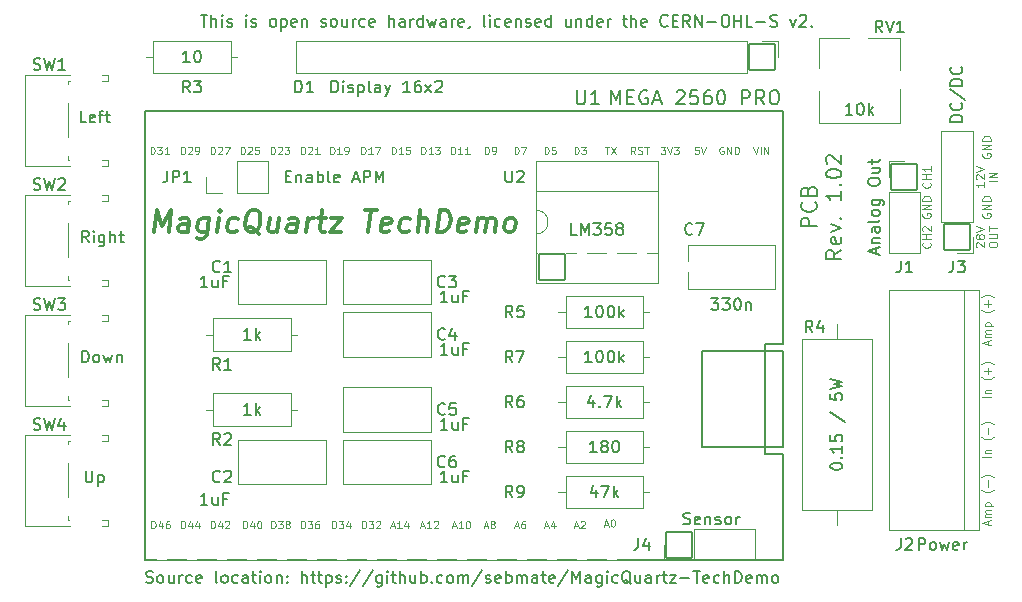
<source format=gto>
G04 #@! TF.GenerationSoftware,KiCad,Pcbnew,6.0.7+dfsg-1build1*
G04 #@! TF.CreationDate,2023-01-09T21:05:34+01:00*
G04 #@! TF.ProjectId,MagicQuartz-Mega,4d616769-6351-4756-9172-747a2d4d6567,rev?*
G04 #@! TF.SameCoordinates,Original*
G04 #@! TF.FileFunction,Legend,Top*
G04 #@! TF.FilePolarity,Positive*
%FSLAX46Y46*%
G04 Gerber Fmt 4.6, Leading zero omitted, Abs format (unit mm)*
G04 Created by KiCad (PCBNEW 6.0.7+dfsg-1build1) date 2023-01-09 21:05:34*
%MOMM*%
%LPD*%
G01*
G04 APERTURE LIST*
G04 Aperture macros list*
%AMRoundRect*
0 Rectangle with rounded corners*
0 $1 Rounding radius*
0 $2 $3 $4 $5 $6 $7 $8 $9 X,Y pos of 4 corners*
0 Add a 4 corners polygon primitive as box body*
4,1,4,$2,$3,$4,$5,$6,$7,$8,$9,$2,$3,0*
0 Add four circle primitives for the rounded corners*
1,1,$1+$1,$2,$3*
1,1,$1+$1,$4,$5*
1,1,$1+$1,$6,$7*
1,1,$1+$1,$8,$9*
0 Add four rect primitives between the rounded corners*
20,1,$1+$1,$2,$3,$4,$5,0*
20,1,$1+$1,$4,$5,$6,$7,0*
20,1,$1+$1,$6,$7,$8,$9,0*
20,1,$1+$1,$8,$9,$2,$3,0*%
G04 Aperture macros list end*
%ADD10C,0.150000*%
%ADD11C,0.120000*%
%ADD12C,0.300000*%
%ADD13C,0.200000*%
%ADD14C,0.105664*%
%ADD15C,0.127000*%
%ADD16C,2.453200*%
%ADD17RoundRect,0.101600X-1.125000X1.125000X-1.125000X-1.125000X1.125000X-1.125000X1.125000X1.125000X0*%
%ADD18C,2.700000*%
%ADD19RoundRect,0.101600X-1.125000X-1.125000X1.125000X-1.125000X1.125000X1.125000X-1.125000X1.125000X0*%
%ADD20C,2.800000*%
%ADD21O,2.800000X2.800000*%
%ADD22R,3.000000X3.000000*%
%ADD23C,3.000000*%
%ADD24RoundRect,0.101600X1.125000X1.125000X-1.125000X1.125000X-1.125000X-1.125000X1.125000X-1.125000X0*%
%ADD25RoundRect,0.101600X1.125000X-1.125000X1.125000X1.125000X-1.125000X1.125000X-1.125000X-1.125000X0*%
%ADD26C,3.200000*%
G04 APERTURE END LIST*
D10*
X76941428Y-105651488D02*
X77512857Y-105651488D01*
X77227142Y-106651488D02*
X77227142Y-105651488D01*
X77846190Y-106651488D02*
X77846190Y-105651488D01*
X78274761Y-106651488D02*
X78274761Y-106127679D01*
X78227142Y-106032441D01*
X78131904Y-105984822D01*
X77989047Y-105984822D01*
X77893809Y-106032441D01*
X77846190Y-106080060D01*
X78750952Y-106651488D02*
X78750952Y-105984822D01*
X78750952Y-105651488D02*
X78703333Y-105699108D01*
X78750952Y-105746727D01*
X78798571Y-105699108D01*
X78750952Y-105651488D01*
X78750952Y-105746727D01*
X79179523Y-106603869D02*
X79274761Y-106651488D01*
X79465238Y-106651488D01*
X79560476Y-106603869D01*
X79608095Y-106508631D01*
X79608095Y-106461012D01*
X79560476Y-106365774D01*
X79465238Y-106318155D01*
X79322380Y-106318155D01*
X79227142Y-106270536D01*
X79179523Y-106175298D01*
X79179523Y-106127679D01*
X79227142Y-106032441D01*
X79322380Y-105984822D01*
X79465238Y-105984822D01*
X79560476Y-106032441D01*
X80798571Y-106651488D02*
X80798571Y-105984822D01*
X80798571Y-105651488D02*
X80750952Y-105699108D01*
X80798571Y-105746727D01*
X80846190Y-105699108D01*
X80798571Y-105651488D01*
X80798571Y-105746727D01*
X81227142Y-106603869D02*
X81322380Y-106651488D01*
X81512857Y-106651488D01*
X81608095Y-106603869D01*
X81655714Y-106508631D01*
X81655714Y-106461012D01*
X81608095Y-106365774D01*
X81512857Y-106318155D01*
X81370000Y-106318155D01*
X81274761Y-106270536D01*
X81227142Y-106175298D01*
X81227142Y-106127679D01*
X81274761Y-106032441D01*
X81370000Y-105984822D01*
X81512857Y-105984822D01*
X81608095Y-106032441D01*
X82989047Y-106651488D02*
X82893809Y-106603869D01*
X82846190Y-106556250D01*
X82798571Y-106461012D01*
X82798571Y-106175298D01*
X82846190Y-106080060D01*
X82893809Y-106032441D01*
X82989047Y-105984822D01*
X83131904Y-105984822D01*
X83227142Y-106032441D01*
X83274761Y-106080060D01*
X83322380Y-106175298D01*
X83322380Y-106461012D01*
X83274761Y-106556250D01*
X83227142Y-106603869D01*
X83131904Y-106651488D01*
X82989047Y-106651488D01*
X83750952Y-105984822D02*
X83750952Y-106984822D01*
X83750952Y-106032441D02*
X83846190Y-105984822D01*
X84036666Y-105984822D01*
X84131904Y-106032441D01*
X84179523Y-106080060D01*
X84227142Y-106175298D01*
X84227142Y-106461012D01*
X84179523Y-106556250D01*
X84131904Y-106603869D01*
X84036666Y-106651488D01*
X83846190Y-106651488D01*
X83750952Y-106603869D01*
X85036666Y-106603869D02*
X84941428Y-106651488D01*
X84750952Y-106651488D01*
X84655714Y-106603869D01*
X84608095Y-106508631D01*
X84608095Y-106127679D01*
X84655714Y-106032441D01*
X84750952Y-105984822D01*
X84941428Y-105984822D01*
X85036666Y-106032441D01*
X85084285Y-106127679D01*
X85084285Y-106222917D01*
X84608095Y-106318155D01*
X85512857Y-105984822D02*
X85512857Y-106651488D01*
X85512857Y-106080060D02*
X85560476Y-106032441D01*
X85655714Y-105984822D01*
X85798571Y-105984822D01*
X85893809Y-106032441D01*
X85941428Y-106127679D01*
X85941428Y-106651488D01*
X87131904Y-106603869D02*
X87227142Y-106651488D01*
X87417619Y-106651488D01*
X87512857Y-106603869D01*
X87560476Y-106508631D01*
X87560476Y-106461012D01*
X87512857Y-106365774D01*
X87417619Y-106318155D01*
X87274761Y-106318155D01*
X87179523Y-106270536D01*
X87131904Y-106175298D01*
X87131904Y-106127679D01*
X87179523Y-106032441D01*
X87274761Y-105984822D01*
X87417619Y-105984822D01*
X87512857Y-106032441D01*
X88131904Y-106651488D02*
X88036666Y-106603869D01*
X87989047Y-106556250D01*
X87941428Y-106461012D01*
X87941428Y-106175298D01*
X87989047Y-106080060D01*
X88036666Y-106032441D01*
X88131904Y-105984822D01*
X88274761Y-105984822D01*
X88370000Y-106032441D01*
X88417619Y-106080060D01*
X88465238Y-106175298D01*
X88465238Y-106461012D01*
X88417619Y-106556250D01*
X88370000Y-106603869D01*
X88274761Y-106651488D01*
X88131904Y-106651488D01*
X89322380Y-105984822D02*
X89322380Y-106651488D01*
X88893809Y-105984822D02*
X88893809Y-106508631D01*
X88941428Y-106603869D01*
X89036666Y-106651488D01*
X89179523Y-106651488D01*
X89274761Y-106603869D01*
X89322380Y-106556250D01*
X89798571Y-106651488D02*
X89798571Y-105984822D01*
X89798571Y-106175298D02*
X89846190Y-106080060D01*
X89893809Y-106032441D01*
X89989047Y-105984822D01*
X90084285Y-105984822D01*
X90846190Y-106603869D02*
X90750952Y-106651488D01*
X90560476Y-106651488D01*
X90465238Y-106603869D01*
X90417619Y-106556250D01*
X90370000Y-106461012D01*
X90370000Y-106175298D01*
X90417619Y-106080060D01*
X90465238Y-106032441D01*
X90560476Y-105984822D01*
X90750952Y-105984822D01*
X90846190Y-106032441D01*
X91655714Y-106603869D02*
X91560476Y-106651488D01*
X91370000Y-106651488D01*
X91274761Y-106603869D01*
X91227142Y-106508631D01*
X91227142Y-106127679D01*
X91274761Y-106032441D01*
X91370000Y-105984822D01*
X91560476Y-105984822D01*
X91655714Y-106032441D01*
X91703333Y-106127679D01*
X91703333Y-106222917D01*
X91227142Y-106318155D01*
X92893809Y-106651488D02*
X92893809Y-105651488D01*
X93322380Y-106651488D02*
X93322380Y-106127679D01*
X93274761Y-106032441D01*
X93179523Y-105984822D01*
X93036666Y-105984822D01*
X92941428Y-106032441D01*
X92893809Y-106080060D01*
X94227142Y-106651488D02*
X94227142Y-106127679D01*
X94179523Y-106032441D01*
X94084285Y-105984822D01*
X93893809Y-105984822D01*
X93798571Y-106032441D01*
X94227142Y-106603869D02*
X94131904Y-106651488D01*
X93893809Y-106651488D01*
X93798571Y-106603869D01*
X93750952Y-106508631D01*
X93750952Y-106413393D01*
X93798571Y-106318155D01*
X93893809Y-106270536D01*
X94131904Y-106270536D01*
X94227142Y-106222917D01*
X94703333Y-106651488D02*
X94703333Y-105984822D01*
X94703333Y-106175298D02*
X94750952Y-106080060D01*
X94798571Y-106032441D01*
X94893809Y-105984822D01*
X94989047Y-105984822D01*
X95750952Y-106651488D02*
X95750952Y-105651488D01*
X95750952Y-106603869D02*
X95655714Y-106651488D01*
X95465238Y-106651488D01*
X95370000Y-106603869D01*
X95322380Y-106556250D01*
X95274761Y-106461012D01*
X95274761Y-106175298D01*
X95322380Y-106080060D01*
X95370000Y-106032441D01*
X95465238Y-105984822D01*
X95655714Y-105984822D01*
X95750952Y-106032441D01*
X96131904Y-105984822D02*
X96322380Y-106651488D01*
X96512857Y-106175298D01*
X96703333Y-106651488D01*
X96893809Y-105984822D01*
X97703333Y-106651488D02*
X97703333Y-106127679D01*
X97655714Y-106032441D01*
X97560476Y-105984822D01*
X97370000Y-105984822D01*
X97274761Y-106032441D01*
X97703333Y-106603869D02*
X97608095Y-106651488D01*
X97370000Y-106651488D01*
X97274761Y-106603869D01*
X97227142Y-106508631D01*
X97227142Y-106413393D01*
X97274761Y-106318155D01*
X97370000Y-106270536D01*
X97608095Y-106270536D01*
X97703333Y-106222917D01*
X98179523Y-106651488D02*
X98179523Y-105984822D01*
X98179523Y-106175298D02*
X98227142Y-106080060D01*
X98274761Y-106032441D01*
X98370000Y-105984822D01*
X98465238Y-105984822D01*
X99179523Y-106603869D02*
X99084285Y-106651488D01*
X98893809Y-106651488D01*
X98798571Y-106603869D01*
X98750952Y-106508631D01*
X98750952Y-106127679D01*
X98798571Y-106032441D01*
X98893809Y-105984822D01*
X99084285Y-105984822D01*
X99179523Y-106032441D01*
X99227142Y-106127679D01*
X99227142Y-106222917D01*
X98750952Y-106318155D01*
X99703333Y-106603869D02*
X99703333Y-106651488D01*
X99655714Y-106746727D01*
X99608095Y-106794346D01*
X101036666Y-106651488D02*
X100941428Y-106603869D01*
X100893809Y-106508631D01*
X100893809Y-105651488D01*
X101417619Y-106651488D02*
X101417619Y-105984822D01*
X101417619Y-105651488D02*
X101370000Y-105699108D01*
X101417619Y-105746727D01*
X101465238Y-105699108D01*
X101417619Y-105651488D01*
X101417619Y-105746727D01*
X102322380Y-106603869D02*
X102227142Y-106651488D01*
X102036666Y-106651488D01*
X101941428Y-106603869D01*
X101893809Y-106556250D01*
X101846190Y-106461012D01*
X101846190Y-106175298D01*
X101893809Y-106080060D01*
X101941428Y-106032441D01*
X102036666Y-105984822D01*
X102227142Y-105984822D01*
X102322380Y-106032441D01*
X103131904Y-106603869D02*
X103036666Y-106651488D01*
X102846190Y-106651488D01*
X102750952Y-106603869D01*
X102703333Y-106508631D01*
X102703333Y-106127679D01*
X102750952Y-106032441D01*
X102846190Y-105984822D01*
X103036666Y-105984822D01*
X103131904Y-106032441D01*
X103179523Y-106127679D01*
X103179523Y-106222917D01*
X102703333Y-106318155D01*
X103608095Y-105984822D02*
X103608095Y-106651488D01*
X103608095Y-106080060D02*
X103655714Y-106032441D01*
X103750952Y-105984822D01*
X103893809Y-105984822D01*
X103989047Y-106032441D01*
X104036666Y-106127679D01*
X104036666Y-106651488D01*
X104465238Y-106603869D02*
X104560476Y-106651488D01*
X104750952Y-106651488D01*
X104846190Y-106603869D01*
X104893809Y-106508631D01*
X104893809Y-106461012D01*
X104846190Y-106365774D01*
X104750952Y-106318155D01*
X104608095Y-106318155D01*
X104512857Y-106270536D01*
X104465238Y-106175298D01*
X104465238Y-106127679D01*
X104512857Y-106032441D01*
X104608095Y-105984822D01*
X104750952Y-105984822D01*
X104846190Y-106032441D01*
X105703333Y-106603869D02*
X105608095Y-106651488D01*
X105417619Y-106651488D01*
X105322380Y-106603869D01*
X105274761Y-106508631D01*
X105274761Y-106127679D01*
X105322380Y-106032441D01*
X105417619Y-105984822D01*
X105608095Y-105984822D01*
X105703333Y-106032441D01*
X105750952Y-106127679D01*
X105750952Y-106222917D01*
X105274761Y-106318155D01*
X106608095Y-106651488D02*
X106608095Y-105651488D01*
X106608095Y-106603869D02*
X106512857Y-106651488D01*
X106322380Y-106651488D01*
X106227142Y-106603869D01*
X106179523Y-106556250D01*
X106131904Y-106461012D01*
X106131904Y-106175298D01*
X106179523Y-106080060D01*
X106227142Y-106032441D01*
X106322380Y-105984822D01*
X106512857Y-105984822D01*
X106608095Y-106032441D01*
X108274761Y-105984822D02*
X108274761Y-106651488D01*
X107846190Y-105984822D02*
X107846190Y-106508631D01*
X107893809Y-106603869D01*
X107989047Y-106651488D01*
X108131904Y-106651488D01*
X108227142Y-106603869D01*
X108274761Y-106556250D01*
X108750952Y-105984822D02*
X108750952Y-106651488D01*
X108750952Y-106080060D02*
X108798571Y-106032441D01*
X108893809Y-105984822D01*
X109036666Y-105984822D01*
X109131904Y-106032441D01*
X109179523Y-106127679D01*
X109179523Y-106651488D01*
X110084285Y-106651488D02*
X110084285Y-105651488D01*
X110084285Y-106603869D02*
X109989047Y-106651488D01*
X109798571Y-106651488D01*
X109703333Y-106603869D01*
X109655714Y-106556250D01*
X109608095Y-106461012D01*
X109608095Y-106175298D01*
X109655714Y-106080060D01*
X109703333Y-106032441D01*
X109798571Y-105984822D01*
X109989047Y-105984822D01*
X110084285Y-106032441D01*
X110941428Y-106603869D02*
X110846190Y-106651488D01*
X110655714Y-106651488D01*
X110560476Y-106603869D01*
X110512857Y-106508631D01*
X110512857Y-106127679D01*
X110560476Y-106032441D01*
X110655714Y-105984822D01*
X110846190Y-105984822D01*
X110941428Y-106032441D01*
X110989047Y-106127679D01*
X110989047Y-106222917D01*
X110512857Y-106318155D01*
X111417619Y-106651488D02*
X111417619Y-105984822D01*
X111417619Y-106175298D02*
X111465238Y-106080060D01*
X111512857Y-106032441D01*
X111608095Y-105984822D01*
X111703333Y-105984822D01*
X112655714Y-105984822D02*
X113036666Y-105984822D01*
X112798571Y-105651488D02*
X112798571Y-106508631D01*
X112846190Y-106603869D01*
X112941428Y-106651488D01*
X113036666Y-106651488D01*
X113370000Y-106651488D02*
X113370000Y-105651488D01*
X113798571Y-106651488D02*
X113798571Y-106127679D01*
X113750952Y-106032441D01*
X113655714Y-105984822D01*
X113512857Y-105984822D01*
X113417619Y-106032441D01*
X113370000Y-106080060D01*
X114655714Y-106603869D02*
X114560476Y-106651488D01*
X114370000Y-106651488D01*
X114274761Y-106603869D01*
X114227142Y-106508631D01*
X114227142Y-106127679D01*
X114274761Y-106032441D01*
X114370000Y-105984822D01*
X114560476Y-105984822D01*
X114655714Y-106032441D01*
X114703333Y-106127679D01*
X114703333Y-106222917D01*
X114227142Y-106318155D01*
X116465238Y-106556250D02*
X116417619Y-106603869D01*
X116274761Y-106651488D01*
X116179523Y-106651488D01*
X116036666Y-106603869D01*
X115941428Y-106508631D01*
X115893809Y-106413393D01*
X115846190Y-106222917D01*
X115846190Y-106080060D01*
X115893809Y-105889584D01*
X115941428Y-105794346D01*
X116036666Y-105699108D01*
X116179523Y-105651488D01*
X116274761Y-105651488D01*
X116417619Y-105699108D01*
X116465238Y-105746727D01*
X116893809Y-106127679D02*
X117227142Y-106127679D01*
X117370000Y-106651488D02*
X116893809Y-106651488D01*
X116893809Y-105651488D01*
X117370000Y-105651488D01*
X118369999Y-106651488D02*
X118036666Y-106175298D01*
X117798571Y-106651488D02*
X117798571Y-105651488D01*
X118179523Y-105651488D01*
X118274761Y-105699108D01*
X118322380Y-105746727D01*
X118369999Y-105841965D01*
X118369999Y-105984822D01*
X118322380Y-106080060D01*
X118274761Y-106127679D01*
X118179523Y-106175298D01*
X117798571Y-106175298D01*
X118798571Y-106651488D02*
X118798571Y-105651488D01*
X119369999Y-106651488D01*
X119369999Y-105651488D01*
X119846190Y-106270536D02*
X120608095Y-106270536D01*
X121274761Y-105651488D02*
X121465238Y-105651488D01*
X121560476Y-105699108D01*
X121655714Y-105794346D01*
X121703333Y-105984822D01*
X121703333Y-106318155D01*
X121655714Y-106508631D01*
X121560476Y-106603869D01*
X121465238Y-106651488D01*
X121274761Y-106651488D01*
X121179523Y-106603869D01*
X121084285Y-106508631D01*
X121036666Y-106318155D01*
X121036666Y-105984822D01*
X121084285Y-105794346D01*
X121179523Y-105699108D01*
X121274761Y-105651488D01*
X122131904Y-106651488D02*
X122131904Y-105651488D01*
X122131904Y-106127679D02*
X122703333Y-106127679D01*
X122703333Y-106651488D02*
X122703333Y-105651488D01*
X123655714Y-106651488D02*
X123179523Y-106651488D01*
X123179523Y-105651488D01*
X123989047Y-106270536D02*
X124750952Y-106270536D01*
X125179523Y-106603869D02*
X125322380Y-106651488D01*
X125560476Y-106651488D01*
X125655714Y-106603869D01*
X125703333Y-106556250D01*
X125750952Y-106461012D01*
X125750952Y-106365774D01*
X125703333Y-106270536D01*
X125655714Y-106222917D01*
X125560476Y-106175298D01*
X125369999Y-106127679D01*
X125274761Y-106080060D01*
X125227142Y-106032441D01*
X125179523Y-105937203D01*
X125179523Y-105841965D01*
X125227142Y-105746727D01*
X125274761Y-105699108D01*
X125369999Y-105651488D01*
X125608095Y-105651488D01*
X125750952Y-105699108D01*
X126846190Y-105984822D02*
X127084285Y-106651488D01*
X127322380Y-105984822D01*
X127655714Y-105746727D02*
X127703333Y-105699108D01*
X127798571Y-105651488D01*
X128036666Y-105651488D01*
X128131904Y-105699108D01*
X128179523Y-105746727D01*
X128227142Y-105841965D01*
X128227142Y-105937203D01*
X128179523Y-106080060D01*
X127608095Y-106651488D01*
X128227142Y-106651488D01*
X128655714Y-106556250D02*
X128703333Y-106603869D01*
X128655714Y-106651488D01*
X128608095Y-106603869D01*
X128655714Y-106556250D01*
X128655714Y-106651488D01*
D11*
X143160000Y-117373333D02*
X143126666Y-117440000D01*
X143126666Y-117540000D01*
X143160000Y-117640000D01*
X143226666Y-117706666D01*
X143293333Y-117740000D01*
X143426666Y-117773333D01*
X143526666Y-117773333D01*
X143660000Y-117740000D01*
X143726666Y-117706666D01*
X143793333Y-117640000D01*
X143826666Y-117540000D01*
X143826666Y-117473333D01*
X143793333Y-117373333D01*
X143760000Y-117340000D01*
X143526666Y-117340000D01*
X143526666Y-117473333D01*
X143826666Y-117040000D02*
X143126666Y-117040000D01*
X143826666Y-116640000D01*
X143126666Y-116640000D01*
X143826666Y-116306666D02*
X143126666Y-116306666D01*
X143126666Y-116140000D01*
X143160000Y-116040000D01*
X143226666Y-115973333D01*
X143293333Y-115940000D01*
X143426666Y-115906666D01*
X143526666Y-115906666D01*
X143660000Y-115940000D01*
X143726666Y-115973333D01*
X143793333Y-116040000D01*
X143826666Y-116140000D01*
X143826666Y-116306666D01*
D12*
X73024285Y-124004285D02*
X73249285Y-122204285D01*
X73688571Y-123490000D01*
X74449285Y-122204285D01*
X74224285Y-124004285D01*
X75852857Y-124004285D02*
X75970714Y-123061428D01*
X75906428Y-122890000D01*
X75745714Y-122804285D01*
X75402857Y-122804285D01*
X75220714Y-122890000D01*
X75863571Y-123918571D02*
X75681428Y-124004285D01*
X75252857Y-124004285D01*
X75092142Y-123918571D01*
X75027857Y-123747142D01*
X75049285Y-123575714D01*
X75156428Y-123404285D01*
X75338571Y-123318571D01*
X75767142Y-123318571D01*
X75949285Y-123232857D01*
X77631428Y-122804285D02*
X77449285Y-124261428D01*
X77342142Y-124432857D01*
X77245714Y-124518571D01*
X77063571Y-124604285D01*
X76806428Y-124604285D01*
X76645714Y-124518571D01*
X77492142Y-123918571D02*
X77310000Y-124004285D01*
X76967142Y-124004285D01*
X76806428Y-123918571D01*
X76731428Y-123832857D01*
X76667142Y-123661428D01*
X76731428Y-123147142D01*
X76838571Y-122975714D01*
X76935000Y-122890000D01*
X77117142Y-122804285D01*
X77460000Y-122804285D01*
X77620714Y-122890000D01*
X78338571Y-124004285D02*
X78488571Y-122804285D01*
X78563571Y-122204285D02*
X78467142Y-122290000D01*
X78542142Y-122375714D01*
X78638571Y-122290000D01*
X78563571Y-122204285D01*
X78542142Y-122375714D01*
X79977857Y-123918571D02*
X79795714Y-124004285D01*
X79452857Y-124004285D01*
X79292142Y-123918571D01*
X79217142Y-123832857D01*
X79152857Y-123661428D01*
X79217142Y-123147142D01*
X79324285Y-122975714D01*
X79420714Y-122890000D01*
X79602857Y-122804285D01*
X79945714Y-122804285D01*
X80106428Y-122890000D01*
X81917142Y-124175714D02*
X81756428Y-124090000D01*
X81606428Y-123918571D01*
X81381428Y-123661428D01*
X81220714Y-123575714D01*
X81049285Y-123575714D01*
X81081428Y-124004285D02*
X80920714Y-123918571D01*
X80770714Y-123747142D01*
X80727857Y-123404285D01*
X80802857Y-122804285D01*
X80931428Y-122461428D01*
X81124285Y-122290000D01*
X81306428Y-122204285D01*
X81649285Y-122204285D01*
X81810000Y-122290000D01*
X81960000Y-122461428D01*
X82002857Y-122804285D01*
X81927857Y-123404285D01*
X81799285Y-123747142D01*
X81606428Y-123918571D01*
X81424285Y-124004285D01*
X81081428Y-124004285D01*
X83545714Y-122804285D02*
X83395714Y-124004285D01*
X82774285Y-122804285D02*
X82656428Y-123747142D01*
X82720714Y-123918571D01*
X82881428Y-124004285D01*
X83138571Y-124004285D01*
X83320714Y-123918571D01*
X83417142Y-123832857D01*
X85024285Y-124004285D02*
X85142142Y-123061428D01*
X85077857Y-122890000D01*
X84917142Y-122804285D01*
X84574285Y-122804285D01*
X84392142Y-122890000D01*
X85035000Y-123918571D02*
X84852857Y-124004285D01*
X84424285Y-124004285D01*
X84263571Y-123918571D01*
X84199285Y-123747142D01*
X84220714Y-123575714D01*
X84327857Y-123404285D01*
X84510000Y-123318571D01*
X84938571Y-123318571D01*
X85120714Y-123232857D01*
X85881428Y-124004285D02*
X86031428Y-122804285D01*
X85988571Y-123147142D02*
X86095714Y-122975714D01*
X86192142Y-122890000D01*
X86374285Y-122804285D01*
X86545714Y-122804285D01*
X86888571Y-122804285D02*
X87574285Y-122804285D01*
X87220714Y-122204285D02*
X87027857Y-123747142D01*
X87092142Y-123918571D01*
X87252857Y-124004285D01*
X87424285Y-124004285D01*
X88002857Y-122804285D02*
X88945714Y-122804285D01*
X87852857Y-124004285D01*
X88795714Y-124004285D01*
X90820714Y-122204285D02*
X91849285Y-122204285D01*
X91110000Y-124004285D02*
X91335000Y-122204285D01*
X92920714Y-123918571D02*
X92738571Y-124004285D01*
X92395714Y-124004285D01*
X92235000Y-123918571D01*
X92170714Y-123747142D01*
X92256428Y-123061428D01*
X92363571Y-122890000D01*
X92545714Y-122804285D01*
X92888571Y-122804285D01*
X93049285Y-122890000D01*
X93113571Y-123061428D01*
X93092142Y-123232857D01*
X92213571Y-123404285D01*
X94549285Y-123918571D02*
X94367142Y-124004285D01*
X94024285Y-124004285D01*
X93863571Y-123918571D01*
X93788571Y-123832857D01*
X93724285Y-123661428D01*
X93788571Y-123147142D01*
X93895714Y-122975714D01*
X93992142Y-122890000D01*
X94174285Y-122804285D01*
X94517142Y-122804285D01*
X94677857Y-122890000D01*
X95310000Y-124004285D02*
X95535000Y-122204285D01*
X96081428Y-124004285D02*
X96199285Y-123061428D01*
X96135000Y-122890000D01*
X95974285Y-122804285D01*
X95717142Y-122804285D01*
X95535000Y-122890000D01*
X95438571Y-122975714D01*
X96938571Y-124004285D02*
X97163571Y-122204285D01*
X97592142Y-122204285D01*
X97838571Y-122290000D01*
X97988571Y-122461428D01*
X98052857Y-122632857D01*
X98095714Y-122975714D01*
X98063571Y-123232857D01*
X97935000Y-123575714D01*
X97827857Y-123747142D01*
X97635000Y-123918571D01*
X97367142Y-124004285D01*
X96938571Y-124004285D01*
X99435000Y-123918571D02*
X99252857Y-124004285D01*
X98910000Y-124004285D01*
X98749285Y-123918571D01*
X98685000Y-123747142D01*
X98770714Y-123061428D01*
X98877857Y-122890000D01*
X99060000Y-122804285D01*
X99402857Y-122804285D01*
X99563571Y-122890000D01*
X99627857Y-123061428D01*
X99606428Y-123232857D01*
X98727857Y-123404285D01*
X100281428Y-124004285D02*
X100431428Y-122804285D01*
X100410000Y-122975714D02*
X100506428Y-122890000D01*
X100688571Y-122804285D01*
X100945714Y-122804285D01*
X101106428Y-122890000D01*
X101170714Y-123061428D01*
X101052857Y-124004285D01*
X101170714Y-123061428D02*
X101277857Y-122890000D01*
X101460000Y-122804285D01*
X101717142Y-122804285D01*
X101877857Y-122890000D01*
X101942142Y-123061428D01*
X101824285Y-124004285D01*
X102938571Y-124004285D02*
X102777857Y-123918571D01*
X102702857Y-123832857D01*
X102638571Y-123661428D01*
X102702857Y-123147142D01*
X102810000Y-122975714D01*
X102906428Y-122890000D01*
X103088571Y-122804285D01*
X103345714Y-122804285D01*
X103506428Y-122890000D01*
X103581428Y-122975714D01*
X103645714Y-123147142D01*
X103581428Y-123661428D01*
X103474285Y-123832857D01*
X103377857Y-123918571D01*
X103195714Y-124004285D01*
X102938571Y-124004285D01*
D11*
X138680000Y-124943333D02*
X138713333Y-124976666D01*
X138746666Y-125076666D01*
X138746666Y-125143333D01*
X138713333Y-125243333D01*
X138646666Y-125310000D01*
X138580000Y-125343333D01*
X138446666Y-125376666D01*
X138346666Y-125376666D01*
X138213333Y-125343333D01*
X138146666Y-125310000D01*
X138080000Y-125243333D01*
X138046666Y-125143333D01*
X138046666Y-125076666D01*
X138080000Y-124976666D01*
X138113333Y-124943333D01*
X138746666Y-124643333D02*
X138046666Y-124643333D01*
X138380000Y-124643333D02*
X138380000Y-124243333D01*
X138746666Y-124243333D02*
X138046666Y-124243333D01*
X138113333Y-123943333D02*
X138080000Y-123910000D01*
X138046666Y-123843333D01*
X138046666Y-123676666D01*
X138080000Y-123610000D01*
X138113333Y-123576666D01*
X138180000Y-123543333D01*
X138246666Y-123543333D01*
X138346666Y-123576666D01*
X138746666Y-123976666D01*
X138746666Y-123543333D01*
X138680000Y-119863333D02*
X138713333Y-119896666D01*
X138746666Y-119996666D01*
X138746666Y-120063333D01*
X138713333Y-120163333D01*
X138646666Y-120230000D01*
X138580000Y-120263333D01*
X138446666Y-120296666D01*
X138346666Y-120296666D01*
X138213333Y-120263333D01*
X138146666Y-120230000D01*
X138080000Y-120163333D01*
X138046666Y-120063333D01*
X138046666Y-119996666D01*
X138080000Y-119896666D01*
X138113333Y-119863333D01*
X138746666Y-119563333D02*
X138046666Y-119563333D01*
X138380000Y-119563333D02*
X138380000Y-119163333D01*
X138746666Y-119163333D02*
X138046666Y-119163333D01*
X138746666Y-118463333D02*
X138746666Y-118863333D01*
X138746666Y-118663333D02*
X138046666Y-118663333D01*
X138146666Y-118730000D01*
X138213333Y-118796666D01*
X138246666Y-118863333D01*
X143626666Y-133561666D02*
X143626666Y-133228333D01*
X143826666Y-133628333D02*
X143126666Y-133395000D01*
X143826666Y-133161666D01*
X143826666Y-132928333D02*
X143360000Y-132928333D01*
X143426666Y-132928333D02*
X143393333Y-132895000D01*
X143360000Y-132828333D01*
X143360000Y-132728333D01*
X143393333Y-132661666D01*
X143460000Y-132628333D01*
X143826666Y-132628333D01*
X143460000Y-132628333D02*
X143393333Y-132595000D01*
X143360000Y-132528333D01*
X143360000Y-132428333D01*
X143393333Y-132361666D01*
X143460000Y-132328333D01*
X143826666Y-132328333D01*
X143360000Y-131995000D02*
X144060000Y-131995000D01*
X143393333Y-131995000D02*
X143360000Y-131928333D01*
X143360000Y-131795000D01*
X143393333Y-131728333D01*
X143426666Y-131695000D01*
X143493333Y-131661666D01*
X143693333Y-131661666D01*
X143760000Y-131695000D01*
X143793333Y-131728333D01*
X143826666Y-131795000D01*
X143826666Y-131928333D01*
X143793333Y-131995000D01*
X144093333Y-130628333D02*
X144060000Y-130661666D01*
X143960000Y-130728333D01*
X143893333Y-130761666D01*
X143793333Y-130795000D01*
X143626666Y-130828333D01*
X143493333Y-130828333D01*
X143326666Y-130795000D01*
X143226666Y-130761666D01*
X143160000Y-130728333D01*
X143060000Y-130661666D01*
X143026666Y-130628333D01*
X143560000Y-130361666D02*
X143560000Y-129828333D01*
X143826666Y-130095000D02*
X143293333Y-130095000D01*
X144093333Y-129561666D02*
X144060000Y-129528333D01*
X143960000Y-129461666D01*
X143893333Y-129428333D01*
X143793333Y-129395000D01*
X143626666Y-129361666D01*
X143493333Y-129361666D01*
X143326666Y-129395000D01*
X143226666Y-129428333D01*
X143160000Y-129461666D01*
X143060000Y-129528333D01*
X143026666Y-129561666D01*
D10*
X72311491Y-153687804D02*
X72454348Y-153735423D01*
X72692443Y-153735423D01*
X72787681Y-153687804D01*
X72835300Y-153640185D01*
X72882919Y-153544947D01*
X72882919Y-153449709D01*
X72835300Y-153354471D01*
X72787681Y-153306852D01*
X72692443Y-153259233D01*
X72501967Y-153211614D01*
X72406729Y-153163995D01*
X72359110Y-153116376D01*
X72311491Y-153021138D01*
X72311491Y-152925900D01*
X72359110Y-152830662D01*
X72406729Y-152783043D01*
X72501967Y-152735423D01*
X72740062Y-152735423D01*
X72882919Y-152783043D01*
X73454348Y-153735423D02*
X73359110Y-153687804D01*
X73311491Y-153640185D01*
X73263872Y-153544947D01*
X73263872Y-153259233D01*
X73311491Y-153163995D01*
X73359110Y-153116376D01*
X73454348Y-153068757D01*
X73597205Y-153068757D01*
X73692443Y-153116376D01*
X73740062Y-153163995D01*
X73787681Y-153259233D01*
X73787681Y-153544947D01*
X73740062Y-153640185D01*
X73692443Y-153687804D01*
X73597205Y-153735423D01*
X73454348Y-153735423D01*
X74644824Y-153068757D02*
X74644824Y-153735423D01*
X74216253Y-153068757D02*
X74216253Y-153592566D01*
X74263872Y-153687804D01*
X74359110Y-153735423D01*
X74501967Y-153735423D01*
X74597205Y-153687804D01*
X74644824Y-153640185D01*
X75121015Y-153735423D02*
X75121015Y-153068757D01*
X75121015Y-153259233D02*
X75168634Y-153163995D01*
X75216253Y-153116376D01*
X75311491Y-153068757D01*
X75406729Y-153068757D01*
X76168634Y-153687804D02*
X76073396Y-153735423D01*
X75882919Y-153735423D01*
X75787681Y-153687804D01*
X75740062Y-153640185D01*
X75692443Y-153544947D01*
X75692443Y-153259233D01*
X75740062Y-153163995D01*
X75787681Y-153116376D01*
X75882919Y-153068757D01*
X76073396Y-153068757D01*
X76168634Y-153116376D01*
X76978157Y-153687804D02*
X76882919Y-153735423D01*
X76692443Y-153735423D01*
X76597205Y-153687804D01*
X76549586Y-153592566D01*
X76549586Y-153211614D01*
X76597205Y-153116376D01*
X76692443Y-153068757D01*
X76882919Y-153068757D01*
X76978157Y-153116376D01*
X77025776Y-153211614D01*
X77025776Y-153306852D01*
X76549586Y-153402090D01*
X78359110Y-153735423D02*
X78263872Y-153687804D01*
X78216253Y-153592566D01*
X78216253Y-152735423D01*
X78882919Y-153735423D02*
X78787681Y-153687804D01*
X78740062Y-153640185D01*
X78692443Y-153544947D01*
X78692443Y-153259233D01*
X78740062Y-153163995D01*
X78787681Y-153116376D01*
X78882919Y-153068757D01*
X79025776Y-153068757D01*
X79121015Y-153116376D01*
X79168634Y-153163995D01*
X79216253Y-153259233D01*
X79216253Y-153544947D01*
X79168634Y-153640185D01*
X79121015Y-153687804D01*
X79025776Y-153735423D01*
X78882919Y-153735423D01*
X80073396Y-153687804D02*
X79978157Y-153735423D01*
X79787681Y-153735423D01*
X79692443Y-153687804D01*
X79644824Y-153640185D01*
X79597205Y-153544947D01*
X79597205Y-153259233D01*
X79644824Y-153163995D01*
X79692443Y-153116376D01*
X79787681Y-153068757D01*
X79978157Y-153068757D01*
X80073396Y-153116376D01*
X80930538Y-153735423D02*
X80930538Y-153211614D01*
X80882919Y-153116376D01*
X80787681Y-153068757D01*
X80597205Y-153068757D01*
X80501967Y-153116376D01*
X80930538Y-153687804D02*
X80835300Y-153735423D01*
X80597205Y-153735423D01*
X80501967Y-153687804D01*
X80454348Y-153592566D01*
X80454348Y-153497328D01*
X80501967Y-153402090D01*
X80597205Y-153354471D01*
X80835300Y-153354471D01*
X80930538Y-153306852D01*
X81263872Y-153068757D02*
X81644824Y-153068757D01*
X81406729Y-152735423D02*
X81406729Y-153592566D01*
X81454348Y-153687804D01*
X81549586Y-153735423D01*
X81644824Y-153735423D01*
X81978157Y-153735423D02*
X81978157Y-153068757D01*
X81978157Y-152735423D02*
X81930538Y-152783043D01*
X81978157Y-152830662D01*
X82025776Y-152783043D01*
X81978157Y-152735423D01*
X81978157Y-152830662D01*
X82597205Y-153735423D02*
X82501967Y-153687804D01*
X82454348Y-153640185D01*
X82406729Y-153544947D01*
X82406729Y-153259233D01*
X82454348Y-153163995D01*
X82501967Y-153116376D01*
X82597205Y-153068757D01*
X82740062Y-153068757D01*
X82835300Y-153116376D01*
X82882919Y-153163995D01*
X82930538Y-153259233D01*
X82930538Y-153544947D01*
X82882919Y-153640185D01*
X82835300Y-153687804D01*
X82740062Y-153735423D01*
X82597205Y-153735423D01*
X83359110Y-153068757D02*
X83359110Y-153735423D01*
X83359110Y-153163995D02*
X83406729Y-153116376D01*
X83501967Y-153068757D01*
X83644824Y-153068757D01*
X83740062Y-153116376D01*
X83787681Y-153211614D01*
X83787681Y-153735423D01*
X84263872Y-153640185D02*
X84311491Y-153687804D01*
X84263872Y-153735423D01*
X84216253Y-153687804D01*
X84263872Y-153640185D01*
X84263872Y-153735423D01*
X84263872Y-153116376D02*
X84311491Y-153163995D01*
X84263872Y-153211614D01*
X84216253Y-153163995D01*
X84263872Y-153116376D01*
X84263872Y-153211614D01*
X85501967Y-153735423D02*
X85501967Y-152735423D01*
X85930538Y-153735423D02*
X85930538Y-153211614D01*
X85882919Y-153116376D01*
X85787681Y-153068757D01*
X85644824Y-153068757D01*
X85549586Y-153116376D01*
X85501967Y-153163995D01*
X86263872Y-153068757D02*
X86644824Y-153068757D01*
X86406729Y-152735423D02*
X86406729Y-153592566D01*
X86454348Y-153687804D01*
X86549586Y-153735423D01*
X86644824Y-153735423D01*
X86835300Y-153068757D02*
X87216253Y-153068757D01*
X86978157Y-152735423D02*
X86978157Y-153592566D01*
X87025776Y-153687804D01*
X87121015Y-153735423D01*
X87216253Y-153735423D01*
X87549586Y-153068757D02*
X87549586Y-154068757D01*
X87549586Y-153116376D02*
X87644824Y-153068757D01*
X87835300Y-153068757D01*
X87930538Y-153116376D01*
X87978157Y-153163995D01*
X88025776Y-153259233D01*
X88025776Y-153544947D01*
X87978157Y-153640185D01*
X87930538Y-153687804D01*
X87835300Y-153735423D01*
X87644824Y-153735423D01*
X87549586Y-153687804D01*
X88406729Y-153687804D02*
X88501967Y-153735423D01*
X88692443Y-153735423D01*
X88787681Y-153687804D01*
X88835300Y-153592566D01*
X88835300Y-153544947D01*
X88787681Y-153449709D01*
X88692443Y-153402090D01*
X88549586Y-153402090D01*
X88454348Y-153354471D01*
X88406729Y-153259233D01*
X88406729Y-153211614D01*
X88454348Y-153116376D01*
X88549586Y-153068757D01*
X88692443Y-153068757D01*
X88787681Y-153116376D01*
X89263872Y-153640185D02*
X89311491Y-153687804D01*
X89263872Y-153735423D01*
X89216253Y-153687804D01*
X89263872Y-153640185D01*
X89263872Y-153735423D01*
X89263872Y-153116376D02*
X89311491Y-153163995D01*
X89263872Y-153211614D01*
X89216253Y-153163995D01*
X89263872Y-153116376D01*
X89263872Y-153211614D01*
X90454348Y-152687804D02*
X89597205Y-153973519D01*
X91501967Y-152687804D02*
X90644824Y-153973519D01*
X92263872Y-153068757D02*
X92263872Y-153878281D01*
X92216253Y-153973519D01*
X92168634Y-154021138D01*
X92073396Y-154068757D01*
X91930538Y-154068757D01*
X91835300Y-154021138D01*
X92263872Y-153687804D02*
X92168634Y-153735423D01*
X91978157Y-153735423D01*
X91882919Y-153687804D01*
X91835300Y-153640185D01*
X91787681Y-153544947D01*
X91787681Y-153259233D01*
X91835300Y-153163995D01*
X91882919Y-153116376D01*
X91978157Y-153068757D01*
X92168634Y-153068757D01*
X92263872Y-153116376D01*
X92740062Y-153735423D02*
X92740062Y-153068757D01*
X92740062Y-152735423D02*
X92692443Y-152783043D01*
X92740062Y-152830662D01*
X92787681Y-152783043D01*
X92740062Y-152735423D01*
X92740062Y-152830662D01*
X93073396Y-153068757D02*
X93454348Y-153068757D01*
X93216253Y-152735423D02*
X93216253Y-153592566D01*
X93263872Y-153687804D01*
X93359110Y-153735423D01*
X93454348Y-153735423D01*
X93787681Y-153735423D02*
X93787681Y-152735423D01*
X94216253Y-153735423D02*
X94216253Y-153211614D01*
X94168634Y-153116376D01*
X94073396Y-153068757D01*
X93930538Y-153068757D01*
X93835300Y-153116376D01*
X93787681Y-153163995D01*
X95121015Y-153068757D02*
X95121015Y-153735423D01*
X94692443Y-153068757D02*
X94692443Y-153592566D01*
X94740062Y-153687804D01*
X94835300Y-153735423D01*
X94978157Y-153735423D01*
X95073396Y-153687804D01*
X95121015Y-153640185D01*
X95597205Y-153735423D02*
X95597205Y-152735423D01*
X95597205Y-153116376D02*
X95692443Y-153068757D01*
X95882919Y-153068757D01*
X95978157Y-153116376D01*
X96025776Y-153163995D01*
X96073396Y-153259233D01*
X96073396Y-153544947D01*
X96025776Y-153640185D01*
X95978157Y-153687804D01*
X95882919Y-153735423D01*
X95692443Y-153735423D01*
X95597205Y-153687804D01*
X96501967Y-153640185D02*
X96549586Y-153687804D01*
X96501967Y-153735423D01*
X96454348Y-153687804D01*
X96501967Y-153640185D01*
X96501967Y-153735423D01*
X97406729Y-153687804D02*
X97311491Y-153735423D01*
X97121015Y-153735423D01*
X97025776Y-153687804D01*
X96978157Y-153640185D01*
X96930538Y-153544947D01*
X96930538Y-153259233D01*
X96978157Y-153163995D01*
X97025776Y-153116376D01*
X97121015Y-153068757D01*
X97311491Y-153068757D01*
X97406729Y-153116376D01*
X97978157Y-153735423D02*
X97882919Y-153687804D01*
X97835300Y-153640185D01*
X97787681Y-153544947D01*
X97787681Y-153259233D01*
X97835300Y-153163995D01*
X97882919Y-153116376D01*
X97978157Y-153068757D01*
X98121015Y-153068757D01*
X98216253Y-153116376D01*
X98263872Y-153163995D01*
X98311491Y-153259233D01*
X98311491Y-153544947D01*
X98263872Y-153640185D01*
X98216253Y-153687804D01*
X98121015Y-153735423D01*
X97978157Y-153735423D01*
X98740062Y-153735423D02*
X98740062Y-153068757D01*
X98740062Y-153163995D02*
X98787681Y-153116376D01*
X98882919Y-153068757D01*
X99025776Y-153068757D01*
X99121015Y-153116376D01*
X99168634Y-153211614D01*
X99168634Y-153735423D01*
X99168634Y-153211614D02*
X99216253Y-153116376D01*
X99311491Y-153068757D01*
X99454348Y-153068757D01*
X99549586Y-153116376D01*
X99597205Y-153211614D01*
X99597205Y-153735423D01*
X100787681Y-152687804D02*
X99930538Y-153973519D01*
X101073396Y-153687804D02*
X101168634Y-153735423D01*
X101359110Y-153735423D01*
X101454348Y-153687804D01*
X101501967Y-153592566D01*
X101501967Y-153544947D01*
X101454348Y-153449709D01*
X101359110Y-153402090D01*
X101216253Y-153402090D01*
X101121015Y-153354471D01*
X101073396Y-153259233D01*
X101073396Y-153211614D01*
X101121015Y-153116376D01*
X101216253Y-153068757D01*
X101359110Y-153068757D01*
X101454348Y-153116376D01*
X102311491Y-153687804D02*
X102216253Y-153735423D01*
X102025776Y-153735423D01*
X101930538Y-153687804D01*
X101882919Y-153592566D01*
X101882919Y-153211614D01*
X101930538Y-153116376D01*
X102025776Y-153068757D01*
X102216253Y-153068757D01*
X102311491Y-153116376D01*
X102359110Y-153211614D01*
X102359110Y-153306852D01*
X101882919Y-153402090D01*
X102787681Y-153735423D02*
X102787681Y-152735423D01*
X102787681Y-153116376D02*
X102882919Y-153068757D01*
X103073396Y-153068757D01*
X103168634Y-153116376D01*
X103216253Y-153163995D01*
X103263872Y-153259233D01*
X103263872Y-153544947D01*
X103216253Y-153640185D01*
X103168634Y-153687804D01*
X103073396Y-153735423D01*
X102882919Y-153735423D01*
X102787681Y-153687804D01*
X103692443Y-153735423D02*
X103692443Y-153068757D01*
X103692443Y-153163995D02*
X103740062Y-153116376D01*
X103835300Y-153068757D01*
X103978157Y-153068757D01*
X104073396Y-153116376D01*
X104121015Y-153211614D01*
X104121015Y-153735423D01*
X104121015Y-153211614D02*
X104168634Y-153116376D01*
X104263872Y-153068757D01*
X104406729Y-153068757D01*
X104501967Y-153116376D01*
X104549586Y-153211614D01*
X104549586Y-153735423D01*
X105454348Y-153735423D02*
X105454348Y-153211614D01*
X105406729Y-153116376D01*
X105311491Y-153068757D01*
X105121015Y-153068757D01*
X105025776Y-153116376D01*
X105454348Y-153687804D02*
X105359110Y-153735423D01*
X105121015Y-153735423D01*
X105025776Y-153687804D01*
X104978157Y-153592566D01*
X104978157Y-153497328D01*
X105025776Y-153402090D01*
X105121015Y-153354471D01*
X105359110Y-153354471D01*
X105454348Y-153306852D01*
X105787681Y-153068757D02*
X106168634Y-153068757D01*
X105930538Y-152735423D02*
X105930538Y-153592566D01*
X105978157Y-153687804D01*
X106073396Y-153735423D01*
X106168634Y-153735423D01*
X106882919Y-153687804D02*
X106787681Y-153735423D01*
X106597205Y-153735423D01*
X106501967Y-153687804D01*
X106454348Y-153592566D01*
X106454348Y-153211614D01*
X106501967Y-153116376D01*
X106597205Y-153068757D01*
X106787681Y-153068757D01*
X106882919Y-153116376D01*
X106930538Y-153211614D01*
X106930538Y-153306852D01*
X106454348Y-153402090D01*
X108073396Y-152687804D02*
X107216253Y-153973519D01*
X108406729Y-153735423D02*
X108406729Y-152735423D01*
X108740062Y-153449709D01*
X109073396Y-152735423D01*
X109073396Y-153735423D01*
X109978157Y-153735423D02*
X109978157Y-153211614D01*
X109930538Y-153116376D01*
X109835300Y-153068757D01*
X109644824Y-153068757D01*
X109549586Y-153116376D01*
X109978157Y-153687804D02*
X109882919Y-153735423D01*
X109644824Y-153735423D01*
X109549586Y-153687804D01*
X109501967Y-153592566D01*
X109501967Y-153497328D01*
X109549586Y-153402090D01*
X109644824Y-153354471D01*
X109882919Y-153354471D01*
X109978157Y-153306852D01*
X110882919Y-153068757D02*
X110882919Y-153878281D01*
X110835300Y-153973519D01*
X110787681Y-154021138D01*
X110692443Y-154068757D01*
X110549586Y-154068757D01*
X110454348Y-154021138D01*
X110882919Y-153687804D02*
X110787681Y-153735423D01*
X110597205Y-153735423D01*
X110501967Y-153687804D01*
X110454348Y-153640185D01*
X110406729Y-153544947D01*
X110406729Y-153259233D01*
X110454348Y-153163995D01*
X110501967Y-153116376D01*
X110597205Y-153068757D01*
X110787681Y-153068757D01*
X110882919Y-153116376D01*
X111359110Y-153735423D02*
X111359110Y-153068757D01*
X111359110Y-152735423D02*
X111311491Y-152783043D01*
X111359110Y-152830662D01*
X111406729Y-152783043D01*
X111359110Y-152735423D01*
X111359110Y-152830662D01*
X112263872Y-153687804D02*
X112168634Y-153735423D01*
X111978157Y-153735423D01*
X111882919Y-153687804D01*
X111835300Y-153640185D01*
X111787681Y-153544947D01*
X111787681Y-153259233D01*
X111835300Y-153163995D01*
X111882919Y-153116376D01*
X111978157Y-153068757D01*
X112168634Y-153068757D01*
X112263872Y-153116376D01*
X113359110Y-153830662D02*
X113263872Y-153783043D01*
X113168634Y-153687804D01*
X113025776Y-153544947D01*
X112930538Y-153497328D01*
X112835300Y-153497328D01*
X112882919Y-153735423D02*
X112787681Y-153687804D01*
X112692443Y-153592566D01*
X112644824Y-153402090D01*
X112644824Y-153068757D01*
X112692443Y-152878281D01*
X112787681Y-152783043D01*
X112882919Y-152735423D01*
X113073396Y-152735423D01*
X113168634Y-152783043D01*
X113263872Y-152878281D01*
X113311491Y-153068757D01*
X113311491Y-153402090D01*
X113263872Y-153592566D01*
X113168634Y-153687804D01*
X113073396Y-153735423D01*
X112882919Y-153735423D01*
X114168634Y-153068757D02*
X114168634Y-153735423D01*
X113740062Y-153068757D02*
X113740062Y-153592566D01*
X113787681Y-153687804D01*
X113882919Y-153735423D01*
X114025776Y-153735423D01*
X114121015Y-153687804D01*
X114168634Y-153640185D01*
X115073396Y-153735423D02*
X115073396Y-153211614D01*
X115025776Y-153116376D01*
X114930538Y-153068757D01*
X114740062Y-153068757D01*
X114644824Y-153116376D01*
X115073396Y-153687804D02*
X114978157Y-153735423D01*
X114740062Y-153735423D01*
X114644824Y-153687804D01*
X114597205Y-153592566D01*
X114597205Y-153497328D01*
X114644824Y-153402090D01*
X114740062Y-153354471D01*
X114978157Y-153354471D01*
X115073396Y-153306852D01*
X115549586Y-153735423D02*
X115549586Y-153068757D01*
X115549586Y-153259233D02*
X115597205Y-153163995D01*
X115644824Y-153116376D01*
X115740062Y-153068757D01*
X115835300Y-153068757D01*
X116025776Y-153068757D02*
X116406729Y-153068757D01*
X116168634Y-152735423D02*
X116168634Y-153592566D01*
X116216253Y-153687804D01*
X116311491Y-153735423D01*
X116406729Y-153735423D01*
X116644824Y-153068757D02*
X117168634Y-153068757D01*
X116644824Y-153735423D01*
X117168634Y-153735423D01*
X117549586Y-153354471D02*
X118311491Y-153354471D01*
X118644824Y-152735423D02*
X119216253Y-152735423D01*
X118930538Y-153735423D02*
X118930538Y-152735423D01*
X119930538Y-153687804D02*
X119835300Y-153735423D01*
X119644824Y-153735423D01*
X119549586Y-153687804D01*
X119501967Y-153592566D01*
X119501967Y-153211614D01*
X119549586Y-153116376D01*
X119644824Y-153068757D01*
X119835300Y-153068757D01*
X119930538Y-153116376D01*
X119978157Y-153211614D01*
X119978157Y-153306852D01*
X119501967Y-153402090D01*
X120835300Y-153687804D02*
X120740062Y-153735423D01*
X120549586Y-153735423D01*
X120454348Y-153687804D01*
X120406729Y-153640185D01*
X120359110Y-153544947D01*
X120359110Y-153259233D01*
X120406729Y-153163995D01*
X120454348Y-153116376D01*
X120549586Y-153068757D01*
X120740062Y-153068757D01*
X120835300Y-153116376D01*
X121263872Y-153735423D02*
X121263872Y-152735423D01*
X121692443Y-153735423D02*
X121692443Y-153211614D01*
X121644824Y-153116376D01*
X121549586Y-153068757D01*
X121406729Y-153068757D01*
X121311491Y-153116376D01*
X121263872Y-153163995D01*
X122168634Y-153735423D02*
X122168634Y-152735423D01*
X122406729Y-152735423D01*
X122549586Y-152783043D01*
X122644824Y-152878281D01*
X122692443Y-152973519D01*
X122740062Y-153163995D01*
X122740062Y-153306852D01*
X122692443Y-153497328D01*
X122644824Y-153592566D01*
X122549586Y-153687804D01*
X122406729Y-153735423D01*
X122168634Y-153735423D01*
X123549586Y-153687804D02*
X123454348Y-153735423D01*
X123263872Y-153735423D01*
X123168634Y-153687804D01*
X123121015Y-153592566D01*
X123121015Y-153211614D01*
X123168634Y-153116376D01*
X123263872Y-153068757D01*
X123454348Y-153068757D01*
X123549586Y-153116376D01*
X123597205Y-153211614D01*
X123597205Y-153306852D01*
X123121015Y-153402090D01*
X124025776Y-153735423D02*
X124025776Y-153068757D01*
X124025776Y-153163995D02*
X124073396Y-153116376D01*
X124168634Y-153068757D01*
X124311491Y-153068757D01*
X124406729Y-153116376D01*
X124454348Y-153211614D01*
X124454348Y-153735423D01*
X124454348Y-153211614D02*
X124501967Y-153116376D01*
X124597205Y-153068757D01*
X124740062Y-153068757D01*
X124835300Y-153116376D01*
X124882919Y-153211614D01*
X124882919Y-153735423D01*
X125501967Y-153735423D02*
X125406729Y-153687804D01*
X125359110Y-153640185D01*
X125311491Y-153544947D01*
X125311491Y-153259233D01*
X125359110Y-153163995D01*
X125406729Y-153116376D01*
X125501967Y-153068757D01*
X125644824Y-153068757D01*
X125740062Y-153116376D01*
X125787681Y-153163995D01*
X125835300Y-153259233D01*
X125835300Y-153544947D01*
X125787681Y-153640185D01*
X125740062Y-153687804D01*
X125644824Y-153735423D01*
X125501967Y-153735423D01*
D11*
X143826666Y-143088333D02*
X143126666Y-143088333D01*
X143360000Y-142755000D02*
X143826666Y-142755000D01*
X143426666Y-142755000D02*
X143393333Y-142721666D01*
X143360000Y-142655000D01*
X143360000Y-142555000D01*
X143393333Y-142488333D01*
X143460000Y-142455000D01*
X143826666Y-142455000D01*
X144093333Y-141388333D02*
X144060000Y-141421666D01*
X143960000Y-141488333D01*
X143893333Y-141521666D01*
X143793333Y-141555000D01*
X143626666Y-141588333D01*
X143493333Y-141588333D01*
X143326666Y-141555000D01*
X143226666Y-141521666D01*
X143160000Y-141488333D01*
X143060000Y-141421666D01*
X143026666Y-141388333D01*
X143560000Y-141121666D02*
X143560000Y-140588333D01*
X144093333Y-140321666D02*
X144060000Y-140288333D01*
X143960000Y-140221666D01*
X143893333Y-140188333D01*
X143793333Y-140155000D01*
X143626666Y-140121666D01*
X143493333Y-140121666D01*
X143326666Y-140155000D01*
X143226666Y-140188333D01*
X143160000Y-140221666D01*
X143060000Y-140288333D01*
X143026666Y-140321666D01*
X143263166Y-119813333D02*
X143263166Y-120213333D01*
X143263166Y-120013333D02*
X142563166Y-120013333D01*
X142663166Y-120080000D01*
X142729833Y-120146666D01*
X142763166Y-120213333D01*
X142629833Y-119546666D02*
X142596500Y-119513333D01*
X142563166Y-119446666D01*
X142563166Y-119280000D01*
X142596500Y-119213333D01*
X142629833Y-119180000D01*
X142696500Y-119146666D01*
X142763166Y-119146666D01*
X142863166Y-119180000D01*
X143263166Y-119580000D01*
X143263166Y-119146666D01*
X142563166Y-118946666D02*
X143263166Y-118713333D01*
X142563166Y-118480000D01*
X144390166Y-119746666D02*
X143690166Y-119746666D01*
X144390166Y-119413333D02*
X143690166Y-119413333D01*
X144390166Y-119013333D01*
X143690166Y-119013333D01*
X143826666Y-138008333D02*
X143126666Y-138008333D01*
X143360000Y-137675000D02*
X143826666Y-137675000D01*
X143426666Y-137675000D02*
X143393333Y-137641666D01*
X143360000Y-137575000D01*
X143360000Y-137475000D01*
X143393333Y-137408333D01*
X143460000Y-137375000D01*
X143826666Y-137375000D01*
X144093333Y-136308333D02*
X144060000Y-136341666D01*
X143960000Y-136408333D01*
X143893333Y-136441666D01*
X143793333Y-136475000D01*
X143626666Y-136508333D01*
X143493333Y-136508333D01*
X143326666Y-136475000D01*
X143226666Y-136441666D01*
X143160000Y-136408333D01*
X143060000Y-136341666D01*
X143026666Y-136308333D01*
X143560000Y-136041666D02*
X143560000Y-135508333D01*
X143826666Y-135775000D02*
X143293333Y-135775000D01*
X144093333Y-135241666D02*
X144060000Y-135208333D01*
X143960000Y-135141666D01*
X143893333Y-135108333D01*
X143793333Y-135075000D01*
X143626666Y-135041666D01*
X143493333Y-135041666D01*
X143326666Y-135075000D01*
X143226666Y-135108333D01*
X143160000Y-135141666D01*
X143060000Y-135208333D01*
X143026666Y-135241666D01*
X142629833Y-125293333D02*
X142596500Y-125260000D01*
X142563166Y-125193333D01*
X142563166Y-125026666D01*
X142596500Y-124960000D01*
X142629833Y-124926666D01*
X142696500Y-124893333D01*
X142763166Y-124893333D01*
X142863166Y-124926666D01*
X143263166Y-125326666D01*
X143263166Y-124893333D01*
X142863166Y-124493333D02*
X142829833Y-124560000D01*
X142796500Y-124593333D01*
X142729833Y-124626666D01*
X142696500Y-124626666D01*
X142629833Y-124593333D01*
X142596500Y-124560000D01*
X142563166Y-124493333D01*
X142563166Y-124360000D01*
X142596500Y-124293333D01*
X142629833Y-124260000D01*
X142696500Y-124226666D01*
X142729833Y-124226666D01*
X142796500Y-124260000D01*
X142829833Y-124293333D01*
X142863166Y-124360000D01*
X142863166Y-124493333D01*
X142896500Y-124560000D01*
X142929833Y-124593333D01*
X142996500Y-124626666D01*
X143129833Y-124626666D01*
X143196500Y-124593333D01*
X143229833Y-124560000D01*
X143263166Y-124493333D01*
X143263166Y-124360000D01*
X143229833Y-124293333D01*
X143196500Y-124260000D01*
X143129833Y-124226666D01*
X142996500Y-124226666D01*
X142929833Y-124260000D01*
X142896500Y-124293333D01*
X142863166Y-124360000D01*
X142563166Y-124026666D02*
X143263166Y-123793333D01*
X142563166Y-123560000D01*
X143690166Y-125160000D02*
X143690166Y-125026666D01*
X143723500Y-124960000D01*
X143790166Y-124893333D01*
X143923500Y-124860000D01*
X144156833Y-124860000D01*
X144290166Y-124893333D01*
X144356833Y-124960000D01*
X144390166Y-125026666D01*
X144390166Y-125160000D01*
X144356833Y-125226666D01*
X144290166Y-125293333D01*
X144156833Y-125326666D01*
X143923500Y-125326666D01*
X143790166Y-125293333D01*
X143723500Y-125226666D01*
X143690166Y-125160000D01*
X143690166Y-124560000D02*
X144256833Y-124560000D01*
X144323500Y-124526666D01*
X144356833Y-124493333D01*
X144390166Y-124426666D01*
X144390166Y-124293333D01*
X144356833Y-124226666D01*
X144323500Y-124193333D01*
X144256833Y-124160000D01*
X143690166Y-124160000D01*
X143690166Y-123926666D02*
X143690166Y-123526666D01*
X144390166Y-123726666D02*
X143690166Y-123726666D01*
X143626666Y-148801666D02*
X143626666Y-148468333D01*
X143826666Y-148868333D02*
X143126666Y-148635000D01*
X143826666Y-148401666D01*
X143826666Y-148168333D02*
X143360000Y-148168333D01*
X143426666Y-148168333D02*
X143393333Y-148135000D01*
X143360000Y-148068333D01*
X143360000Y-147968333D01*
X143393333Y-147901666D01*
X143460000Y-147868333D01*
X143826666Y-147868333D01*
X143460000Y-147868333D02*
X143393333Y-147835000D01*
X143360000Y-147768333D01*
X143360000Y-147668333D01*
X143393333Y-147601666D01*
X143460000Y-147568333D01*
X143826666Y-147568333D01*
X143360000Y-147235000D02*
X144060000Y-147235000D01*
X143393333Y-147235000D02*
X143360000Y-147168333D01*
X143360000Y-147035000D01*
X143393333Y-146968333D01*
X143426666Y-146935000D01*
X143493333Y-146901666D01*
X143693333Y-146901666D01*
X143760000Y-146935000D01*
X143793333Y-146968333D01*
X143826666Y-147035000D01*
X143826666Y-147168333D01*
X143793333Y-147235000D01*
X144093333Y-145868333D02*
X144060000Y-145901666D01*
X143960000Y-145968333D01*
X143893333Y-146001666D01*
X143793333Y-146035000D01*
X143626666Y-146068333D01*
X143493333Y-146068333D01*
X143326666Y-146035000D01*
X143226666Y-146001666D01*
X143160000Y-145968333D01*
X143060000Y-145901666D01*
X143026666Y-145868333D01*
X143560000Y-145601666D02*
X143560000Y-145068333D01*
X144093333Y-144801666D02*
X144060000Y-144768333D01*
X143960000Y-144701666D01*
X143893333Y-144668333D01*
X143793333Y-144635000D01*
X143626666Y-144601666D01*
X143493333Y-144601666D01*
X143326666Y-144635000D01*
X143226666Y-144668333D01*
X143160000Y-144701666D01*
X143060000Y-144768333D01*
X143026666Y-144801666D01*
X143160000Y-122453333D02*
X143126666Y-122520000D01*
X143126666Y-122620000D01*
X143160000Y-122720000D01*
X143226666Y-122786666D01*
X143293333Y-122820000D01*
X143426666Y-122853333D01*
X143526666Y-122853333D01*
X143660000Y-122820000D01*
X143726666Y-122786666D01*
X143793333Y-122720000D01*
X143826666Y-122620000D01*
X143826666Y-122553333D01*
X143793333Y-122453333D01*
X143760000Y-122420000D01*
X143526666Y-122420000D01*
X143526666Y-122553333D01*
X143826666Y-122120000D02*
X143126666Y-122120000D01*
X143826666Y-121720000D01*
X143126666Y-121720000D01*
X143826666Y-121386666D02*
X143126666Y-121386666D01*
X143126666Y-121220000D01*
X143160000Y-121120000D01*
X143226666Y-121053333D01*
X143293333Y-121020000D01*
X143426666Y-120986666D01*
X143526666Y-120986666D01*
X143660000Y-121020000D01*
X143726666Y-121053333D01*
X143793333Y-121120000D01*
X143826666Y-121220000D01*
X143826666Y-121386666D01*
D13*
X129081595Y-123560476D02*
X127781595Y-123560476D01*
X127781595Y-123065238D01*
X127843500Y-122941428D01*
X127905404Y-122879523D01*
X128029214Y-122817619D01*
X128214928Y-122817619D01*
X128338738Y-122879523D01*
X128400642Y-122941428D01*
X128462547Y-123065238D01*
X128462547Y-123560476D01*
X128957785Y-121517619D02*
X129019690Y-121579523D01*
X129081595Y-121765238D01*
X129081595Y-121889047D01*
X129019690Y-122074761D01*
X128895880Y-122198571D01*
X128772071Y-122260476D01*
X128524452Y-122322380D01*
X128338738Y-122322380D01*
X128091119Y-122260476D01*
X127967309Y-122198571D01*
X127843500Y-122074761D01*
X127781595Y-121889047D01*
X127781595Y-121765238D01*
X127843500Y-121579523D01*
X127905404Y-121517619D01*
X128400642Y-120527142D02*
X128462547Y-120341428D01*
X128524452Y-120279523D01*
X128648261Y-120217619D01*
X128833976Y-120217619D01*
X128957785Y-120279523D01*
X129019690Y-120341428D01*
X129081595Y-120465238D01*
X129081595Y-120960476D01*
X127781595Y-120960476D01*
X127781595Y-120527142D01*
X127843500Y-120403333D01*
X127905404Y-120341428D01*
X128029214Y-120279523D01*
X128153023Y-120279523D01*
X128276833Y-120341428D01*
X128338738Y-120403333D01*
X128400642Y-120527142D01*
X128400642Y-120960476D01*
X131174595Y-125541428D02*
X130555547Y-125974761D01*
X131174595Y-126284285D02*
X129874595Y-126284285D01*
X129874595Y-125789047D01*
X129936500Y-125665238D01*
X129998404Y-125603333D01*
X130122214Y-125541428D01*
X130307928Y-125541428D01*
X130431738Y-125603333D01*
X130493642Y-125665238D01*
X130555547Y-125789047D01*
X130555547Y-126284285D01*
X131112690Y-124489047D02*
X131174595Y-124612857D01*
X131174595Y-124860476D01*
X131112690Y-124984285D01*
X130988880Y-125046190D01*
X130493642Y-125046190D01*
X130369833Y-124984285D01*
X130307928Y-124860476D01*
X130307928Y-124612857D01*
X130369833Y-124489047D01*
X130493642Y-124427142D01*
X130617452Y-124427142D01*
X130741261Y-125046190D01*
X130307928Y-123993809D02*
X131174595Y-123684285D01*
X130307928Y-123374761D01*
X131050785Y-122879523D02*
X131112690Y-122817619D01*
X131174595Y-122879523D01*
X131112690Y-122941428D01*
X131050785Y-122879523D01*
X131174595Y-122879523D01*
X131174595Y-120589047D02*
X131174595Y-121331904D01*
X131174595Y-120960476D02*
X129874595Y-120960476D01*
X130060309Y-121084285D01*
X130184119Y-121208095D01*
X130246023Y-121331904D01*
X131050785Y-120031904D02*
X131112690Y-119970000D01*
X131174595Y-120031904D01*
X131112690Y-120093809D01*
X131050785Y-120031904D01*
X131174595Y-120031904D01*
X129874595Y-119165238D02*
X129874595Y-119041428D01*
X129936500Y-118917619D01*
X129998404Y-118855714D01*
X130122214Y-118793809D01*
X130369833Y-118731904D01*
X130679357Y-118731904D01*
X130926976Y-118793809D01*
X131050785Y-118855714D01*
X131112690Y-118917619D01*
X131174595Y-119041428D01*
X131174595Y-119165238D01*
X131112690Y-119289047D01*
X131050785Y-119350952D01*
X130926976Y-119412857D01*
X130679357Y-119474761D01*
X130369833Y-119474761D01*
X130122214Y-119412857D01*
X129998404Y-119350952D01*
X129936500Y-119289047D01*
X129874595Y-119165238D01*
X129998404Y-118236666D02*
X129936500Y-118174761D01*
X129874595Y-118050952D01*
X129874595Y-117741428D01*
X129936500Y-117617619D01*
X129998404Y-117555714D01*
X130122214Y-117493809D01*
X130246023Y-117493809D01*
X130431738Y-117555714D01*
X131174595Y-118298571D01*
X131174595Y-117493809D01*
D11*
X138080000Y-122453333D02*
X138046666Y-122520000D01*
X138046666Y-122620000D01*
X138080000Y-122720000D01*
X138146666Y-122786666D01*
X138213333Y-122820000D01*
X138346666Y-122853333D01*
X138446666Y-122853333D01*
X138580000Y-122820000D01*
X138646666Y-122786666D01*
X138713333Y-122720000D01*
X138746666Y-122620000D01*
X138746666Y-122553333D01*
X138713333Y-122453333D01*
X138680000Y-122420000D01*
X138446666Y-122420000D01*
X138446666Y-122553333D01*
X138746666Y-122120000D02*
X138046666Y-122120000D01*
X138746666Y-121720000D01*
X138046666Y-121720000D01*
X138746666Y-121386666D02*
X138046666Y-121386666D01*
X138046666Y-121220000D01*
X138080000Y-121120000D01*
X138146666Y-121053333D01*
X138213333Y-121020000D01*
X138346666Y-120986666D01*
X138446666Y-120986666D01*
X138580000Y-121020000D01*
X138646666Y-121053333D01*
X138713333Y-121120000D01*
X138746666Y-121220000D01*
X138746666Y-121386666D01*
D10*
X76033333Y-112212380D02*
X75700000Y-111736190D01*
X75461904Y-112212380D02*
X75461904Y-111212380D01*
X75842857Y-111212380D01*
X75938095Y-111260000D01*
X75985714Y-111307619D01*
X76033333Y-111402857D01*
X76033333Y-111545714D01*
X75985714Y-111640952D01*
X75938095Y-111688571D01*
X75842857Y-111736190D01*
X75461904Y-111736190D01*
X76366666Y-111212380D02*
X76985714Y-111212380D01*
X76652380Y-111593333D01*
X76795238Y-111593333D01*
X76890476Y-111640952D01*
X76938095Y-111688571D01*
X76985714Y-111783809D01*
X76985714Y-112021904D01*
X76938095Y-112117142D01*
X76890476Y-112164761D01*
X76795238Y-112212380D01*
X76509523Y-112212380D01*
X76414285Y-112164761D01*
X76366666Y-112117142D01*
X76009523Y-109672380D02*
X75438095Y-109672380D01*
X75723809Y-109672380D02*
X75723809Y-108672380D01*
X75628571Y-108815238D01*
X75533333Y-108910476D01*
X75438095Y-108958095D01*
X76628571Y-108672380D02*
X76723809Y-108672380D01*
X76819047Y-108720000D01*
X76866666Y-108767619D01*
X76914285Y-108862857D01*
X76961904Y-109053333D01*
X76961904Y-109291428D01*
X76914285Y-109481904D01*
X76866666Y-109577142D01*
X76819047Y-109624761D01*
X76723809Y-109672380D01*
X76628571Y-109672380D01*
X76533333Y-109624761D01*
X76485714Y-109577142D01*
X76438095Y-109481904D01*
X76390476Y-109291428D01*
X76390476Y-109053333D01*
X76438095Y-108862857D01*
X76485714Y-108767619D01*
X76533333Y-108720000D01*
X76628571Y-108672380D01*
X84946904Y-112212380D02*
X84946904Y-111212380D01*
X85185000Y-111212380D01*
X85327857Y-111260000D01*
X85423095Y-111355238D01*
X85470714Y-111450476D01*
X85518333Y-111640952D01*
X85518333Y-111783809D01*
X85470714Y-111974285D01*
X85423095Y-112069523D01*
X85327857Y-112164761D01*
X85185000Y-112212380D01*
X84946904Y-112212380D01*
X86470714Y-112212380D02*
X85899285Y-112212380D01*
X86185000Y-112212380D02*
X86185000Y-111212380D01*
X86089761Y-111355238D01*
X85994523Y-111450476D01*
X85899285Y-111498095D01*
X88003333Y-112212380D02*
X88003333Y-111212380D01*
X88241428Y-111212380D01*
X88384285Y-111260000D01*
X88479523Y-111355238D01*
X88527142Y-111450476D01*
X88574761Y-111640952D01*
X88574761Y-111783809D01*
X88527142Y-111974285D01*
X88479523Y-112069523D01*
X88384285Y-112164761D01*
X88241428Y-112212380D01*
X88003333Y-112212380D01*
X89003333Y-112212380D02*
X89003333Y-111545714D01*
X89003333Y-111212380D02*
X88955714Y-111260000D01*
X89003333Y-111307619D01*
X89050952Y-111260000D01*
X89003333Y-111212380D01*
X89003333Y-111307619D01*
X89431904Y-112164761D02*
X89527142Y-112212380D01*
X89717619Y-112212380D01*
X89812857Y-112164761D01*
X89860476Y-112069523D01*
X89860476Y-112021904D01*
X89812857Y-111926666D01*
X89717619Y-111879047D01*
X89574761Y-111879047D01*
X89479523Y-111831428D01*
X89431904Y-111736190D01*
X89431904Y-111688571D01*
X89479523Y-111593333D01*
X89574761Y-111545714D01*
X89717619Y-111545714D01*
X89812857Y-111593333D01*
X90289047Y-111545714D02*
X90289047Y-112545714D01*
X90289047Y-111593333D02*
X90384285Y-111545714D01*
X90574761Y-111545714D01*
X90670000Y-111593333D01*
X90717619Y-111640952D01*
X90765238Y-111736190D01*
X90765238Y-112021904D01*
X90717619Y-112117142D01*
X90670000Y-112164761D01*
X90574761Y-112212380D01*
X90384285Y-112212380D01*
X90289047Y-112164761D01*
X91336666Y-112212380D02*
X91241428Y-112164761D01*
X91193809Y-112069523D01*
X91193809Y-111212380D01*
X92146190Y-112212380D02*
X92146190Y-111688571D01*
X92098571Y-111593333D01*
X92003333Y-111545714D01*
X91812857Y-111545714D01*
X91717619Y-111593333D01*
X92146190Y-112164761D02*
X92050952Y-112212380D01*
X91812857Y-112212380D01*
X91717619Y-112164761D01*
X91670000Y-112069523D01*
X91670000Y-111974285D01*
X91717619Y-111879047D01*
X91812857Y-111831428D01*
X92050952Y-111831428D01*
X92146190Y-111783809D01*
X92527142Y-111545714D02*
X92765238Y-112212380D01*
X93003333Y-111545714D02*
X92765238Y-112212380D01*
X92670000Y-112450476D01*
X92622380Y-112498095D01*
X92527142Y-112545714D01*
X94670000Y-112212380D02*
X94098571Y-112212380D01*
X94384285Y-112212380D02*
X94384285Y-111212380D01*
X94289047Y-111355238D01*
X94193809Y-111450476D01*
X94098571Y-111498095D01*
X95527142Y-111212380D02*
X95336666Y-111212380D01*
X95241428Y-111260000D01*
X95193809Y-111307619D01*
X95098571Y-111450476D01*
X95050952Y-111640952D01*
X95050952Y-112021904D01*
X95098571Y-112117142D01*
X95146190Y-112164761D01*
X95241428Y-112212380D01*
X95431904Y-112212380D01*
X95527142Y-112164761D01*
X95574761Y-112117142D01*
X95622380Y-112021904D01*
X95622380Y-111783809D01*
X95574761Y-111688571D01*
X95527142Y-111640952D01*
X95431904Y-111593333D01*
X95241428Y-111593333D01*
X95146190Y-111640952D01*
X95098571Y-111688571D01*
X95050952Y-111783809D01*
X95955714Y-112212380D02*
X96479523Y-111545714D01*
X95955714Y-111545714D02*
X96479523Y-112212380D01*
X96812857Y-111307619D02*
X96860476Y-111260000D01*
X96955714Y-111212380D01*
X97193809Y-111212380D01*
X97289047Y-111260000D01*
X97336666Y-111307619D01*
X97384285Y-111402857D01*
X97384285Y-111498095D01*
X97336666Y-111640952D01*
X96765238Y-112212380D01*
X97384285Y-112212380D01*
X62801666Y-110259761D02*
X62944523Y-110307380D01*
X63182619Y-110307380D01*
X63277857Y-110259761D01*
X63325476Y-110212142D01*
X63373095Y-110116904D01*
X63373095Y-110021666D01*
X63325476Y-109926428D01*
X63277857Y-109878809D01*
X63182619Y-109831190D01*
X62992142Y-109783571D01*
X62896904Y-109735952D01*
X62849285Y-109688333D01*
X62801666Y-109593095D01*
X62801666Y-109497857D01*
X62849285Y-109402619D01*
X62896904Y-109355000D01*
X62992142Y-109307380D01*
X63230238Y-109307380D01*
X63373095Y-109355000D01*
X63706428Y-109307380D02*
X63944523Y-110307380D01*
X64135000Y-109593095D01*
X64325476Y-110307380D01*
X64563571Y-109307380D01*
X65468333Y-110307380D02*
X64896904Y-110307380D01*
X65182619Y-110307380D02*
X65182619Y-109307380D01*
X65087380Y-109450238D01*
X64992142Y-109545476D01*
X64896904Y-109593095D01*
X67254523Y-114752380D02*
X66778333Y-114752380D01*
X66778333Y-113752380D01*
X67968809Y-114704761D02*
X67873571Y-114752380D01*
X67683095Y-114752380D01*
X67587857Y-114704761D01*
X67540238Y-114609523D01*
X67540238Y-114228571D01*
X67587857Y-114133333D01*
X67683095Y-114085714D01*
X67873571Y-114085714D01*
X67968809Y-114133333D01*
X68016428Y-114228571D01*
X68016428Y-114323809D01*
X67540238Y-114419047D01*
X68302142Y-114085714D02*
X68683095Y-114085714D01*
X68445000Y-114752380D02*
X68445000Y-113895238D01*
X68492619Y-113800000D01*
X68587857Y-113752380D01*
X68683095Y-113752380D01*
X68873571Y-114085714D02*
X69254523Y-114085714D01*
X69016428Y-113752380D02*
X69016428Y-114609523D01*
X69064047Y-114704761D01*
X69159285Y-114752380D01*
X69254523Y-114752380D01*
X62801666Y-140739761D02*
X62944523Y-140787380D01*
X63182619Y-140787380D01*
X63277857Y-140739761D01*
X63325476Y-140692142D01*
X63373095Y-140596904D01*
X63373095Y-140501666D01*
X63325476Y-140406428D01*
X63277857Y-140358809D01*
X63182619Y-140311190D01*
X62992142Y-140263571D01*
X62896904Y-140215952D01*
X62849285Y-140168333D01*
X62801666Y-140073095D01*
X62801666Y-139977857D01*
X62849285Y-139882619D01*
X62896904Y-139835000D01*
X62992142Y-139787380D01*
X63230238Y-139787380D01*
X63373095Y-139835000D01*
X63706428Y-139787380D02*
X63944523Y-140787380D01*
X64135000Y-140073095D01*
X64325476Y-140787380D01*
X64563571Y-139787380D01*
X65373095Y-140120714D02*
X65373095Y-140787380D01*
X65135000Y-139739761D02*
X64896904Y-140454047D01*
X65515952Y-140454047D01*
X67206904Y-144232380D02*
X67206904Y-145041904D01*
X67254523Y-145137142D01*
X67302142Y-145184761D01*
X67397380Y-145232380D01*
X67587857Y-145232380D01*
X67683095Y-145184761D01*
X67730714Y-145137142D01*
X67778333Y-145041904D01*
X67778333Y-144232380D01*
X68254523Y-144565714D02*
X68254523Y-145565714D01*
X68254523Y-144613333D02*
X68349761Y-144565714D01*
X68540238Y-144565714D01*
X68635476Y-144613333D01*
X68683095Y-144660952D01*
X68730714Y-144756190D01*
X68730714Y-145041904D01*
X68683095Y-145137142D01*
X68635476Y-145184761D01*
X68540238Y-145232380D01*
X68349761Y-145232380D01*
X68254523Y-145184761D01*
X78573333Y-135707380D02*
X78240000Y-135231190D01*
X78001904Y-135707380D02*
X78001904Y-134707380D01*
X78382857Y-134707380D01*
X78478095Y-134755000D01*
X78525714Y-134802619D01*
X78573333Y-134897857D01*
X78573333Y-135040714D01*
X78525714Y-135135952D01*
X78478095Y-135183571D01*
X78382857Y-135231190D01*
X78001904Y-135231190D01*
X79525714Y-135707380D02*
X78954285Y-135707380D01*
X79240000Y-135707380D02*
X79240000Y-134707380D01*
X79144761Y-134850238D01*
X79049523Y-134945476D01*
X78954285Y-134993095D01*
X81160952Y-133167380D02*
X80589523Y-133167380D01*
X80875238Y-133167380D02*
X80875238Y-132167380D01*
X80780000Y-132310238D01*
X80684761Y-132405476D01*
X80589523Y-132453095D01*
X81589523Y-133167380D02*
X81589523Y-132167380D01*
X81684761Y-132786428D02*
X81970476Y-133167380D01*
X81970476Y-132500714D02*
X81589523Y-132881666D01*
X97623333Y-139422142D02*
X97575714Y-139469761D01*
X97432857Y-139517380D01*
X97337619Y-139517380D01*
X97194761Y-139469761D01*
X97099523Y-139374523D01*
X97051904Y-139279285D01*
X97004285Y-139088809D01*
X97004285Y-138945952D01*
X97051904Y-138755476D01*
X97099523Y-138660238D01*
X97194761Y-138565000D01*
X97337619Y-138517380D01*
X97432857Y-138517380D01*
X97575714Y-138565000D01*
X97623333Y-138612619D01*
X98528095Y-138517380D02*
X98051904Y-138517380D01*
X98004285Y-138993571D01*
X98051904Y-138945952D01*
X98147142Y-138898333D01*
X98385238Y-138898333D01*
X98480476Y-138945952D01*
X98528095Y-138993571D01*
X98575714Y-139088809D01*
X98575714Y-139326904D01*
X98528095Y-139422142D01*
X98480476Y-139469761D01*
X98385238Y-139517380D01*
X98147142Y-139517380D01*
X98051904Y-139469761D01*
X98004285Y-139422142D01*
X97829761Y-140787380D02*
X97258333Y-140787380D01*
X97544047Y-140787380D02*
X97544047Y-139787380D01*
X97448809Y-139930238D01*
X97353571Y-140025476D01*
X97258333Y-140073095D01*
X98686904Y-140120714D02*
X98686904Y-140787380D01*
X98258333Y-140120714D02*
X98258333Y-140644523D01*
X98305952Y-140739761D01*
X98401190Y-140787380D01*
X98544047Y-140787380D01*
X98639285Y-140739761D01*
X98686904Y-140692142D01*
X99496428Y-140263571D02*
X99163095Y-140263571D01*
X99163095Y-140787380D02*
X99163095Y-139787380D01*
X99639285Y-139787380D01*
X97623333Y-128627142D02*
X97575714Y-128674761D01*
X97432857Y-128722380D01*
X97337619Y-128722380D01*
X97194761Y-128674761D01*
X97099523Y-128579523D01*
X97051904Y-128484285D01*
X97004285Y-128293809D01*
X97004285Y-128150952D01*
X97051904Y-127960476D01*
X97099523Y-127865238D01*
X97194761Y-127770000D01*
X97337619Y-127722380D01*
X97432857Y-127722380D01*
X97575714Y-127770000D01*
X97623333Y-127817619D01*
X97956666Y-127722380D02*
X98575714Y-127722380D01*
X98242380Y-128103333D01*
X98385238Y-128103333D01*
X98480476Y-128150952D01*
X98528095Y-128198571D01*
X98575714Y-128293809D01*
X98575714Y-128531904D01*
X98528095Y-128627142D01*
X98480476Y-128674761D01*
X98385238Y-128722380D01*
X98099523Y-128722380D01*
X98004285Y-128674761D01*
X97956666Y-128627142D01*
X97829761Y-129992380D02*
X97258333Y-129992380D01*
X97544047Y-129992380D02*
X97544047Y-128992380D01*
X97448809Y-129135238D01*
X97353571Y-129230476D01*
X97258333Y-129278095D01*
X98686904Y-129325714D02*
X98686904Y-129992380D01*
X98258333Y-129325714D02*
X98258333Y-129849523D01*
X98305952Y-129944761D01*
X98401190Y-129992380D01*
X98544047Y-129992380D01*
X98639285Y-129944761D01*
X98686904Y-129897142D01*
X99496428Y-129468571D02*
X99163095Y-129468571D01*
X99163095Y-129992380D02*
X99163095Y-128992380D01*
X99639285Y-128992380D01*
X78573333Y-127357142D02*
X78525714Y-127404761D01*
X78382857Y-127452380D01*
X78287619Y-127452380D01*
X78144761Y-127404761D01*
X78049523Y-127309523D01*
X78001904Y-127214285D01*
X77954285Y-127023809D01*
X77954285Y-126880952D01*
X78001904Y-126690476D01*
X78049523Y-126595238D01*
X78144761Y-126500000D01*
X78287619Y-126452380D01*
X78382857Y-126452380D01*
X78525714Y-126500000D01*
X78573333Y-126547619D01*
X79525714Y-127452380D02*
X78954285Y-127452380D01*
X79240000Y-127452380D02*
X79240000Y-126452380D01*
X79144761Y-126595238D01*
X79049523Y-126690476D01*
X78954285Y-126738095D01*
X77509761Y-128722380D02*
X76938333Y-128722380D01*
X77224047Y-128722380D02*
X77224047Y-127722380D01*
X77128809Y-127865238D01*
X77033571Y-127960476D01*
X76938333Y-128008095D01*
X78366904Y-128055714D02*
X78366904Y-128722380D01*
X77938333Y-128055714D02*
X77938333Y-128579523D01*
X77985952Y-128674761D01*
X78081190Y-128722380D01*
X78224047Y-128722380D01*
X78319285Y-128674761D01*
X78366904Y-128627142D01*
X79176428Y-128198571D02*
X78843095Y-128198571D01*
X78843095Y-128722380D02*
X78843095Y-127722380D01*
X79319285Y-127722380D01*
X97623333Y-133072142D02*
X97575714Y-133119761D01*
X97432857Y-133167380D01*
X97337619Y-133167380D01*
X97194761Y-133119761D01*
X97099523Y-133024523D01*
X97051904Y-132929285D01*
X97004285Y-132738809D01*
X97004285Y-132595952D01*
X97051904Y-132405476D01*
X97099523Y-132310238D01*
X97194761Y-132215000D01*
X97337619Y-132167380D01*
X97432857Y-132167380D01*
X97575714Y-132215000D01*
X97623333Y-132262619D01*
X98480476Y-132500714D02*
X98480476Y-133167380D01*
X98242380Y-132119761D02*
X98004285Y-132834047D01*
X98623333Y-132834047D01*
X97829761Y-134437380D02*
X97258333Y-134437380D01*
X97544047Y-134437380D02*
X97544047Y-133437380D01*
X97448809Y-133580238D01*
X97353571Y-133675476D01*
X97258333Y-133723095D01*
X98686904Y-133770714D02*
X98686904Y-134437380D01*
X98258333Y-133770714D02*
X98258333Y-134294523D01*
X98305952Y-134389761D01*
X98401190Y-134437380D01*
X98544047Y-134437380D01*
X98639285Y-134389761D01*
X98686904Y-134342142D01*
X99496428Y-133913571D02*
X99163095Y-133913571D01*
X99163095Y-134437380D02*
X99163095Y-133437380D01*
X99639285Y-133437380D01*
X118578333Y-124182142D02*
X118530714Y-124229761D01*
X118387857Y-124277380D01*
X118292619Y-124277380D01*
X118149761Y-124229761D01*
X118054523Y-124134523D01*
X118006904Y-124039285D01*
X117959285Y-123848809D01*
X117959285Y-123705952D01*
X118006904Y-123515476D01*
X118054523Y-123420238D01*
X118149761Y-123325000D01*
X118292619Y-123277380D01*
X118387857Y-123277380D01*
X118530714Y-123325000D01*
X118578333Y-123372619D01*
X118911666Y-123277380D02*
X119578333Y-123277380D01*
X119149761Y-124277380D01*
X120141904Y-129627380D02*
X120760952Y-129627380D01*
X120427619Y-130008333D01*
X120570476Y-130008333D01*
X120665714Y-130055952D01*
X120713333Y-130103571D01*
X120760952Y-130198809D01*
X120760952Y-130436904D01*
X120713333Y-130532142D01*
X120665714Y-130579761D01*
X120570476Y-130627380D01*
X120284761Y-130627380D01*
X120189523Y-130579761D01*
X120141904Y-130532142D01*
X121094285Y-129627380D02*
X121713333Y-129627380D01*
X121380000Y-130008333D01*
X121522857Y-130008333D01*
X121618095Y-130055952D01*
X121665714Y-130103571D01*
X121713333Y-130198809D01*
X121713333Y-130436904D01*
X121665714Y-130532142D01*
X121618095Y-130579761D01*
X121522857Y-130627380D01*
X121237142Y-130627380D01*
X121141904Y-130579761D01*
X121094285Y-130532142D01*
X122332380Y-129627380D02*
X122427619Y-129627380D01*
X122522857Y-129675000D01*
X122570476Y-129722619D01*
X122618095Y-129817857D01*
X122665714Y-130008333D01*
X122665714Y-130246428D01*
X122618095Y-130436904D01*
X122570476Y-130532142D01*
X122522857Y-130579761D01*
X122427619Y-130627380D01*
X122332380Y-130627380D01*
X122237142Y-130579761D01*
X122189523Y-130532142D01*
X122141904Y-130436904D01*
X122094285Y-130246428D01*
X122094285Y-130008333D01*
X122141904Y-129817857D01*
X122189523Y-129722619D01*
X122237142Y-129675000D01*
X122332380Y-129627380D01*
X123094285Y-129960714D02*
X123094285Y-130627380D01*
X123094285Y-130055952D02*
X123141904Y-130008333D01*
X123237142Y-129960714D01*
X123380000Y-129960714D01*
X123475238Y-130008333D01*
X123522857Y-130103571D01*
X123522857Y-130627380D01*
X103338333Y-138882380D02*
X103005000Y-138406190D01*
X102766904Y-138882380D02*
X102766904Y-137882380D01*
X103147857Y-137882380D01*
X103243095Y-137930000D01*
X103290714Y-137977619D01*
X103338333Y-138072857D01*
X103338333Y-138215714D01*
X103290714Y-138310952D01*
X103243095Y-138358571D01*
X103147857Y-138406190D01*
X102766904Y-138406190D01*
X104195476Y-137882380D02*
X104005000Y-137882380D01*
X103909761Y-137930000D01*
X103862142Y-137977619D01*
X103766904Y-138120476D01*
X103719285Y-138310952D01*
X103719285Y-138691904D01*
X103766904Y-138787142D01*
X103814523Y-138834761D01*
X103909761Y-138882380D01*
X104100238Y-138882380D01*
X104195476Y-138834761D01*
X104243095Y-138787142D01*
X104290714Y-138691904D01*
X104290714Y-138453809D01*
X104243095Y-138358571D01*
X104195476Y-138310952D01*
X104100238Y-138263333D01*
X103909761Y-138263333D01*
X103814523Y-138310952D01*
X103766904Y-138358571D01*
X103719285Y-138453809D01*
X110196428Y-138215714D02*
X110196428Y-138882380D01*
X109958333Y-137834761D02*
X109720238Y-138549047D01*
X110339285Y-138549047D01*
X110720238Y-138787142D02*
X110767857Y-138834761D01*
X110720238Y-138882380D01*
X110672619Y-138834761D01*
X110720238Y-138787142D01*
X110720238Y-138882380D01*
X111101190Y-137882380D02*
X111767857Y-137882380D01*
X111339285Y-138882380D01*
X112148809Y-138882380D02*
X112148809Y-137882380D01*
X112244047Y-138501428D02*
X112529761Y-138882380D01*
X112529761Y-138215714D02*
X112148809Y-138596666D01*
X103338333Y-135072380D02*
X103005000Y-134596190D01*
X102766904Y-135072380D02*
X102766904Y-134072380D01*
X103147857Y-134072380D01*
X103243095Y-134120000D01*
X103290714Y-134167619D01*
X103338333Y-134262857D01*
X103338333Y-134405714D01*
X103290714Y-134500952D01*
X103243095Y-134548571D01*
X103147857Y-134596190D01*
X102766904Y-134596190D01*
X103671666Y-134072380D02*
X104338333Y-134072380D01*
X103909761Y-135072380D01*
X110053571Y-135072380D02*
X109482142Y-135072380D01*
X109767857Y-135072380D02*
X109767857Y-134072380D01*
X109672619Y-134215238D01*
X109577380Y-134310476D01*
X109482142Y-134358095D01*
X110672619Y-134072380D02*
X110767857Y-134072380D01*
X110863095Y-134120000D01*
X110910714Y-134167619D01*
X110958333Y-134262857D01*
X111005952Y-134453333D01*
X111005952Y-134691428D01*
X110958333Y-134881904D01*
X110910714Y-134977142D01*
X110863095Y-135024761D01*
X110767857Y-135072380D01*
X110672619Y-135072380D01*
X110577380Y-135024761D01*
X110529761Y-134977142D01*
X110482142Y-134881904D01*
X110434523Y-134691428D01*
X110434523Y-134453333D01*
X110482142Y-134262857D01*
X110529761Y-134167619D01*
X110577380Y-134120000D01*
X110672619Y-134072380D01*
X111625000Y-134072380D02*
X111720238Y-134072380D01*
X111815476Y-134120000D01*
X111863095Y-134167619D01*
X111910714Y-134262857D01*
X111958333Y-134453333D01*
X111958333Y-134691428D01*
X111910714Y-134881904D01*
X111863095Y-134977142D01*
X111815476Y-135024761D01*
X111720238Y-135072380D01*
X111625000Y-135072380D01*
X111529761Y-135024761D01*
X111482142Y-134977142D01*
X111434523Y-134881904D01*
X111386904Y-134691428D01*
X111386904Y-134453333D01*
X111434523Y-134262857D01*
X111482142Y-134167619D01*
X111529761Y-134120000D01*
X111625000Y-134072380D01*
X112386904Y-135072380D02*
X112386904Y-134072380D01*
X112482142Y-134691428D02*
X112767857Y-135072380D01*
X112767857Y-134405714D02*
X112386904Y-134786666D01*
X136191666Y-126452380D02*
X136191666Y-127166666D01*
X136144047Y-127309523D01*
X136048809Y-127404761D01*
X135905952Y-127452380D01*
X135810714Y-127452380D01*
X137191666Y-127452380D02*
X136620238Y-127452380D01*
X136905952Y-127452380D02*
X136905952Y-126452380D01*
X136810714Y-126595238D01*
X136715476Y-126690476D01*
X136620238Y-126738095D01*
X134151666Y-125872380D02*
X134151666Y-125396190D01*
X134437380Y-125967619D02*
X133437380Y-125634285D01*
X134437380Y-125300952D01*
X133770714Y-124967619D02*
X134437380Y-124967619D01*
X133865952Y-124967619D02*
X133818333Y-124919999D01*
X133770714Y-124824761D01*
X133770714Y-124681904D01*
X133818333Y-124586666D01*
X133913571Y-124539047D01*
X134437380Y-124539047D01*
X134437380Y-123634285D02*
X133913571Y-123634285D01*
X133818333Y-123681904D01*
X133770714Y-123777142D01*
X133770714Y-123967619D01*
X133818333Y-124062857D01*
X134389761Y-123634285D02*
X134437380Y-123729523D01*
X134437380Y-123967619D01*
X134389761Y-124062857D01*
X134294523Y-124110476D01*
X134199285Y-124110476D01*
X134104047Y-124062857D01*
X134056428Y-123967619D01*
X134056428Y-123729523D01*
X134008809Y-123634285D01*
X134437380Y-123015238D02*
X134389761Y-123110476D01*
X134294523Y-123158095D01*
X133437380Y-123158095D01*
X134437380Y-122491428D02*
X134389761Y-122586666D01*
X134342142Y-122634285D01*
X134246904Y-122681904D01*
X133961190Y-122681904D01*
X133865952Y-122634285D01*
X133818333Y-122586666D01*
X133770714Y-122491428D01*
X133770714Y-122348571D01*
X133818333Y-122253333D01*
X133865952Y-122205714D01*
X133961190Y-122158095D01*
X134246904Y-122158095D01*
X134342142Y-122205714D01*
X134389761Y-122253333D01*
X134437380Y-122348571D01*
X134437380Y-122491428D01*
X133770714Y-121300952D02*
X134580238Y-121300952D01*
X134675476Y-121348571D01*
X134723095Y-121396190D01*
X134770714Y-121491428D01*
X134770714Y-121634285D01*
X134723095Y-121729523D01*
X134389761Y-121300952D02*
X134437380Y-121396190D01*
X134437380Y-121586666D01*
X134389761Y-121681904D01*
X134342142Y-121729523D01*
X134246904Y-121777142D01*
X133961190Y-121777142D01*
X133865952Y-121729523D01*
X133818333Y-121681904D01*
X133770714Y-121586666D01*
X133770714Y-121396190D01*
X133818333Y-121300952D01*
X133437380Y-119872380D02*
X133437380Y-119681904D01*
X133485000Y-119586666D01*
X133580238Y-119491428D01*
X133770714Y-119443809D01*
X134104047Y-119443809D01*
X134294523Y-119491428D01*
X134389761Y-119586666D01*
X134437380Y-119681904D01*
X134437380Y-119872380D01*
X134389761Y-119967619D01*
X134294523Y-120062857D01*
X134104047Y-120110476D01*
X133770714Y-120110476D01*
X133580238Y-120062857D01*
X133485000Y-119967619D01*
X133437380Y-119872380D01*
X133770714Y-118586666D02*
X134437380Y-118586666D01*
X133770714Y-119015238D02*
X134294523Y-119015238D01*
X134389761Y-118967619D01*
X134437380Y-118872380D01*
X134437380Y-118729523D01*
X134389761Y-118634285D01*
X134342142Y-118586666D01*
X133770714Y-118253333D02*
X133770714Y-117872380D01*
X133437380Y-118110476D02*
X134294523Y-118110476D01*
X134389761Y-118062857D01*
X134437380Y-117967619D01*
X134437380Y-117872380D01*
X128738333Y-132532380D02*
X128405000Y-132056190D01*
X128166904Y-132532380D02*
X128166904Y-131532380D01*
X128547857Y-131532380D01*
X128643095Y-131580000D01*
X128690714Y-131627619D01*
X128738333Y-131722857D01*
X128738333Y-131865714D01*
X128690714Y-131960952D01*
X128643095Y-132008571D01*
X128547857Y-132056190D01*
X128166904Y-132056190D01*
X129595476Y-131865714D02*
X129595476Y-132532380D01*
X129357380Y-131484761D02*
X129119285Y-132199047D01*
X129738333Y-132199047D01*
X130262380Y-143906428D02*
X130262380Y-143811190D01*
X130310000Y-143715952D01*
X130357619Y-143668333D01*
X130452857Y-143620714D01*
X130643333Y-143573095D01*
X130881428Y-143573095D01*
X131071904Y-143620714D01*
X131167142Y-143668333D01*
X131214761Y-143715952D01*
X131262380Y-143811190D01*
X131262380Y-143906428D01*
X131214761Y-144001666D01*
X131167142Y-144049285D01*
X131071904Y-144096904D01*
X130881428Y-144144523D01*
X130643333Y-144144523D01*
X130452857Y-144096904D01*
X130357619Y-144049285D01*
X130310000Y-144001666D01*
X130262380Y-143906428D01*
X131167142Y-143144523D02*
X131214761Y-143096904D01*
X131262380Y-143144523D01*
X131214761Y-143192142D01*
X131167142Y-143144523D01*
X131262380Y-143144523D01*
X131262380Y-142144523D02*
X131262380Y-142715952D01*
X131262380Y-142430238D02*
X130262380Y-142430238D01*
X130405238Y-142525476D01*
X130500476Y-142620714D01*
X130548095Y-142715952D01*
X130262380Y-141239761D02*
X130262380Y-141715952D01*
X130738571Y-141763571D01*
X130690952Y-141715952D01*
X130643333Y-141620714D01*
X130643333Y-141382619D01*
X130690952Y-141287380D01*
X130738571Y-141239761D01*
X130833809Y-141192142D01*
X131071904Y-141192142D01*
X131167142Y-141239761D01*
X131214761Y-141287380D01*
X131262380Y-141382619D01*
X131262380Y-141620714D01*
X131214761Y-141715952D01*
X131167142Y-141763571D01*
X130214761Y-139287380D02*
X131500476Y-140144523D01*
X130262380Y-137715952D02*
X130262380Y-138192142D01*
X130738571Y-138239761D01*
X130690952Y-138192142D01*
X130643333Y-138096904D01*
X130643333Y-137858809D01*
X130690952Y-137763571D01*
X130738571Y-137715952D01*
X130833809Y-137668333D01*
X131071904Y-137668333D01*
X131167142Y-137715952D01*
X131214761Y-137763571D01*
X131262380Y-137858809D01*
X131262380Y-138096904D01*
X131214761Y-138192142D01*
X131167142Y-138239761D01*
X130262380Y-137335000D02*
X131262380Y-137096904D01*
X130548095Y-136906428D01*
X131262380Y-136715952D01*
X130262380Y-136477857D01*
X103338333Y-131262380D02*
X103005000Y-130786190D01*
X102766904Y-131262380D02*
X102766904Y-130262380D01*
X103147857Y-130262380D01*
X103243095Y-130310000D01*
X103290714Y-130357619D01*
X103338333Y-130452857D01*
X103338333Y-130595714D01*
X103290714Y-130690952D01*
X103243095Y-130738571D01*
X103147857Y-130786190D01*
X102766904Y-130786190D01*
X104243095Y-130262380D02*
X103766904Y-130262380D01*
X103719285Y-130738571D01*
X103766904Y-130690952D01*
X103862142Y-130643333D01*
X104100238Y-130643333D01*
X104195476Y-130690952D01*
X104243095Y-130738571D01*
X104290714Y-130833809D01*
X104290714Y-131071904D01*
X104243095Y-131167142D01*
X104195476Y-131214761D01*
X104100238Y-131262380D01*
X103862142Y-131262380D01*
X103766904Y-131214761D01*
X103719285Y-131167142D01*
X110053571Y-131262380D02*
X109482142Y-131262380D01*
X109767857Y-131262380D02*
X109767857Y-130262380D01*
X109672619Y-130405238D01*
X109577380Y-130500476D01*
X109482142Y-130548095D01*
X110672619Y-130262380D02*
X110767857Y-130262380D01*
X110863095Y-130310000D01*
X110910714Y-130357619D01*
X110958333Y-130452857D01*
X111005952Y-130643333D01*
X111005952Y-130881428D01*
X110958333Y-131071904D01*
X110910714Y-131167142D01*
X110863095Y-131214761D01*
X110767857Y-131262380D01*
X110672619Y-131262380D01*
X110577380Y-131214761D01*
X110529761Y-131167142D01*
X110482142Y-131071904D01*
X110434523Y-130881428D01*
X110434523Y-130643333D01*
X110482142Y-130452857D01*
X110529761Y-130357619D01*
X110577380Y-130310000D01*
X110672619Y-130262380D01*
X111625000Y-130262380D02*
X111720238Y-130262380D01*
X111815476Y-130310000D01*
X111863095Y-130357619D01*
X111910714Y-130452857D01*
X111958333Y-130643333D01*
X111958333Y-130881428D01*
X111910714Y-131071904D01*
X111863095Y-131167142D01*
X111815476Y-131214761D01*
X111720238Y-131262380D01*
X111625000Y-131262380D01*
X111529761Y-131214761D01*
X111482142Y-131167142D01*
X111434523Y-131071904D01*
X111386904Y-130881428D01*
X111386904Y-130643333D01*
X111434523Y-130452857D01*
X111482142Y-130357619D01*
X111529761Y-130310000D01*
X111625000Y-130262380D01*
X112386904Y-131262380D02*
X112386904Y-130262380D01*
X112482142Y-130881428D02*
X112767857Y-131262380D01*
X112767857Y-130595714D02*
X112386904Y-130976666D01*
X62801666Y-130579761D02*
X62944523Y-130627380D01*
X63182619Y-130627380D01*
X63277857Y-130579761D01*
X63325476Y-130532142D01*
X63373095Y-130436904D01*
X63373095Y-130341666D01*
X63325476Y-130246428D01*
X63277857Y-130198809D01*
X63182619Y-130151190D01*
X62992142Y-130103571D01*
X62896904Y-130055952D01*
X62849285Y-130008333D01*
X62801666Y-129913095D01*
X62801666Y-129817857D01*
X62849285Y-129722619D01*
X62896904Y-129675000D01*
X62992142Y-129627380D01*
X63230238Y-129627380D01*
X63373095Y-129675000D01*
X63706428Y-129627380D02*
X63944523Y-130627380D01*
X64135000Y-129913095D01*
X64325476Y-130627380D01*
X64563571Y-129627380D01*
X64849285Y-129627380D02*
X65468333Y-129627380D01*
X65135000Y-130008333D01*
X65277857Y-130008333D01*
X65373095Y-130055952D01*
X65420714Y-130103571D01*
X65468333Y-130198809D01*
X65468333Y-130436904D01*
X65420714Y-130532142D01*
X65373095Y-130579761D01*
X65277857Y-130627380D01*
X64992142Y-130627380D01*
X64896904Y-130579761D01*
X64849285Y-130532142D01*
X66889523Y-135072380D02*
X66889523Y-134072380D01*
X67127619Y-134072380D01*
X67270476Y-134120000D01*
X67365714Y-134215238D01*
X67413333Y-134310476D01*
X67460952Y-134500952D01*
X67460952Y-134643809D01*
X67413333Y-134834285D01*
X67365714Y-134929523D01*
X67270476Y-135024761D01*
X67127619Y-135072380D01*
X66889523Y-135072380D01*
X68032380Y-135072380D02*
X67937142Y-135024761D01*
X67889523Y-134977142D01*
X67841904Y-134881904D01*
X67841904Y-134596190D01*
X67889523Y-134500952D01*
X67937142Y-134453333D01*
X68032380Y-134405714D01*
X68175238Y-134405714D01*
X68270476Y-134453333D01*
X68318095Y-134500952D01*
X68365714Y-134596190D01*
X68365714Y-134881904D01*
X68318095Y-134977142D01*
X68270476Y-135024761D01*
X68175238Y-135072380D01*
X68032380Y-135072380D01*
X68699047Y-134405714D02*
X68889523Y-135072380D01*
X69080000Y-134596190D01*
X69270476Y-135072380D01*
X69460952Y-134405714D01*
X69841904Y-134405714D02*
X69841904Y-135072380D01*
X69841904Y-134500952D02*
X69889523Y-134453333D01*
X69984761Y-134405714D01*
X70127619Y-134405714D01*
X70222857Y-134453333D01*
X70270476Y-134548571D01*
X70270476Y-135072380D01*
X136191666Y-149947380D02*
X136191666Y-150661666D01*
X136144047Y-150804523D01*
X136048809Y-150899761D01*
X135905952Y-150947380D01*
X135810714Y-150947380D01*
X136620238Y-150042619D02*
X136667857Y-149995000D01*
X136763095Y-149947380D01*
X137001190Y-149947380D01*
X137096428Y-149995000D01*
X137144047Y-150042619D01*
X137191666Y-150137857D01*
X137191666Y-150233095D01*
X137144047Y-150375952D01*
X136572619Y-150947380D01*
X137191666Y-150947380D01*
X137723809Y-150947380D02*
X137723809Y-149947380D01*
X138104761Y-149947380D01*
X138200000Y-149995000D01*
X138247619Y-150042619D01*
X138295238Y-150137857D01*
X138295238Y-150280714D01*
X138247619Y-150375952D01*
X138200000Y-150423571D01*
X138104761Y-150471190D01*
X137723809Y-150471190D01*
X138866666Y-150947380D02*
X138771428Y-150899761D01*
X138723809Y-150852142D01*
X138676190Y-150756904D01*
X138676190Y-150471190D01*
X138723809Y-150375952D01*
X138771428Y-150328333D01*
X138866666Y-150280714D01*
X139009523Y-150280714D01*
X139104761Y-150328333D01*
X139152380Y-150375952D01*
X139200000Y-150471190D01*
X139200000Y-150756904D01*
X139152380Y-150852142D01*
X139104761Y-150899761D01*
X139009523Y-150947380D01*
X138866666Y-150947380D01*
X139533333Y-150280714D02*
X139723809Y-150947380D01*
X139914285Y-150471190D01*
X140104761Y-150947380D01*
X140295238Y-150280714D01*
X141057142Y-150899761D02*
X140961904Y-150947380D01*
X140771428Y-150947380D01*
X140676190Y-150899761D01*
X140628571Y-150804523D01*
X140628571Y-150423571D01*
X140676190Y-150328333D01*
X140771428Y-150280714D01*
X140961904Y-150280714D01*
X141057142Y-150328333D01*
X141104761Y-150423571D01*
X141104761Y-150518809D01*
X140628571Y-150614047D01*
X141533333Y-150947380D02*
X141533333Y-150280714D01*
X141533333Y-150471190D02*
X141580952Y-150375952D01*
X141628571Y-150328333D01*
X141723809Y-150280714D01*
X141819047Y-150280714D01*
X140636666Y-126452380D02*
X140636666Y-127166666D01*
X140589047Y-127309523D01*
X140493809Y-127404761D01*
X140350952Y-127452380D01*
X140255714Y-127452380D01*
X141017619Y-126452380D02*
X141636666Y-126452380D01*
X141303333Y-126833333D01*
X141446190Y-126833333D01*
X141541428Y-126880952D01*
X141589047Y-126928571D01*
X141636666Y-127023809D01*
X141636666Y-127261904D01*
X141589047Y-127357142D01*
X141541428Y-127404761D01*
X141446190Y-127452380D01*
X141160476Y-127452380D01*
X141065238Y-127404761D01*
X141017619Y-127357142D01*
X141422380Y-114680714D02*
X140422380Y-114680714D01*
X140422380Y-114442619D01*
X140470000Y-114299761D01*
X140565238Y-114204523D01*
X140660476Y-114156904D01*
X140850952Y-114109285D01*
X140993809Y-114109285D01*
X141184285Y-114156904D01*
X141279523Y-114204523D01*
X141374761Y-114299761D01*
X141422380Y-114442619D01*
X141422380Y-114680714D01*
X141327142Y-113109285D02*
X141374761Y-113156904D01*
X141422380Y-113299761D01*
X141422380Y-113395000D01*
X141374761Y-113537857D01*
X141279523Y-113633095D01*
X141184285Y-113680714D01*
X140993809Y-113728333D01*
X140850952Y-113728333D01*
X140660476Y-113680714D01*
X140565238Y-113633095D01*
X140470000Y-113537857D01*
X140422380Y-113395000D01*
X140422380Y-113299761D01*
X140470000Y-113156904D01*
X140517619Y-113109285D01*
X140374761Y-111966428D02*
X141660476Y-112823571D01*
X141422380Y-111633095D02*
X140422380Y-111633095D01*
X140422380Y-111395000D01*
X140470000Y-111252142D01*
X140565238Y-111156904D01*
X140660476Y-111109285D01*
X140850952Y-111061666D01*
X140993809Y-111061666D01*
X141184285Y-111109285D01*
X141279523Y-111156904D01*
X141374761Y-111252142D01*
X141422380Y-111395000D01*
X141422380Y-111633095D01*
X141327142Y-110061666D02*
X141374761Y-110109285D01*
X141422380Y-110252142D01*
X141422380Y-110347380D01*
X141374761Y-110490238D01*
X141279523Y-110585476D01*
X141184285Y-110633095D01*
X140993809Y-110680714D01*
X140850952Y-110680714D01*
X140660476Y-110633095D01*
X140565238Y-110585476D01*
X140470000Y-110490238D01*
X140422380Y-110347380D01*
X140422380Y-110252142D01*
X140470000Y-110109285D01*
X140517619Y-110061666D01*
X74096666Y-118832380D02*
X74096666Y-119546666D01*
X74049047Y-119689523D01*
X73953809Y-119784761D01*
X73810952Y-119832380D01*
X73715714Y-119832380D01*
X74572857Y-119832380D02*
X74572857Y-118832380D01*
X74953809Y-118832380D01*
X75049047Y-118880000D01*
X75096666Y-118927619D01*
X75144285Y-119022857D01*
X75144285Y-119165714D01*
X75096666Y-119260952D01*
X75049047Y-119308571D01*
X74953809Y-119356190D01*
X74572857Y-119356190D01*
X76096666Y-119832380D02*
X75525238Y-119832380D01*
X75810952Y-119832380D02*
X75810952Y-118832380D01*
X75715714Y-118975238D01*
X75620476Y-119070476D01*
X75525238Y-119118095D01*
X84122142Y-119308571D02*
X84455476Y-119308571D01*
X84598333Y-119832380D02*
X84122142Y-119832380D01*
X84122142Y-118832380D01*
X84598333Y-118832380D01*
X85026904Y-119165714D02*
X85026904Y-119832380D01*
X85026904Y-119260952D02*
X85074523Y-119213333D01*
X85169761Y-119165714D01*
X85312619Y-119165714D01*
X85407857Y-119213333D01*
X85455476Y-119308571D01*
X85455476Y-119832380D01*
X86360238Y-119832380D02*
X86360238Y-119308571D01*
X86312619Y-119213333D01*
X86217380Y-119165714D01*
X86026904Y-119165714D01*
X85931666Y-119213333D01*
X86360238Y-119784761D02*
X86265000Y-119832380D01*
X86026904Y-119832380D01*
X85931666Y-119784761D01*
X85884047Y-119689523D01*
X85884047Y-119594285D01*
X85931666Y-119499047D01*
X86026904Y-119451428D01*
X86265000Y-119451428D01*
X86360238Y-119403809D01*
X86836428Y-119832380D02*
X86836428Y-118832380D01*
X86836428Y-119213333D02*
X86931666Y-119165714D01*
X87122142Y-119165714D01*
X87217380Y-119213333D01*
X87264999Y-119260952D01*
X87312619Y-119356190D01*
X87312619Y-119641904D01*
X87264999Y-119737142D01*
X87217380Y-119784761D01*
X87122142Y-119832380D01*
X86931666Y-119832380D01*
X86836428Y-119784761D01*
X87884047Y-119832380D02*
X87788809Y-119784761D01*
X87741190Y-119689523D01*
X87741190Y-118832380D01*
X88645952Y-119784761D02*
X88550714Y-119832380D01*
X88360238Y-119832380D01*
X88265000Y-119784761D01*
X88217380Y-119689523D01*
X88217380Y-119308571D01*
X88265000Y-119213333D01*
X88360238Y-119165714D01*
X88550714Y-119165714D01*
X88645952Y-119213333D01*
X88693571Y-119308571D01*
X88693571Y-119403809D01*
X88217380Y-119499047D01*
X89836428Y-119546666D02*
X90312619Y-119546666D01*
X89741190Y-119832380D02*
X90074523Y-118832380D01*
X90407857Y-119832380D01*
X90741190Y-119832380D02*
X90741190Y-118832380D01*
X91122142Y-118832380D01*
X91217380Y-118880000D01*
X91265000Y-118927619D01*
X91312619Y-119022857D01*
X91312619Y-119165714D01*
X91265000Y-119260952D01*
X91217380Y-119308571D01*
X91122142Y-119356190D01*
X90741190Y-119356190D01*
X91741190Y-119832380D02*
X91741190Y-118832380D01*
X92074523Y-119546666D01*
X92407857Y-118832380D01*
X92407857Y-119832380D01*
X113966666Y-149947380D02*
X113966666Y-150661666D01*
X113919047Y-150804523D01*
X113823809Y-150899761D01*
X113680952Y-150947380D01*
X113585714Y-150947380D01*
X114871428Y-150280714D02*
X114871428Y-150947380D01*
X114633333Y-149899761D02*
X114395238Y-150614047D01*
X115014285Y-150614047D01*
X117808666Y-148740761D02*
X117951523Y-148788380D01*
X118189619Y-148788380D01*
X118284857Y-148740761D01*
X118332476Y-148693142D01*
X118380095Y-148597904D01*
X118380095Y-148502666D01*
X118332476Y-148407428D01*
X118284857Y-148359809D01*
X118189619Y-148312190D01*
X117999142Y-148264571D01*
X117903904Y-148216952D01*
X117856285Y-148169333D01*
X117808666Y-148074095D01*
X117808666Y-147978857D01*
X117856285Y-147883619D01*
X117903904Y-147836000D01*
X117999142Y-147788380D01*
X118237238Y-147788380D01*
X118380095Y-147836000D01*
X119189619Y-148740761D02*
X119094380Y-148788380D01*
X118903904Y-148788380D01*
X118808666Y-148740761D01*
X118761047Y-148645523D01*
X118761047Y-148264571D01*
X118808666Y-148169333D01*
X118903904Y-148121714D01*
X119094380Y-148121714D01*
X119189619Y-148169333D01*
X119237238Y-148264571D01*
X119237238Y-148359809D01*
X118761047Y-148455047D01*
X119665809Y-148121714D02*
X119665809Y-148788380D01*
X119665809Y-148216952D02*
X119713428Y-148169333D01*
X119808666Y-148121714D01*
X119951523Y-148121714D01*
X120046761Y-148169333D01*
X120094380Y-148264571D01*
X120094380Y-148788380D01*
X120522952Y-148740761D02*
X120618190Y-148788380D01*
X120808666Y-148788380D01*
X120903904Y-148740761D01*
X120951523Y-148645523D01*
X120951523Y-148597904D01*
X120903904Y-148502666D01*
X120808666Y-148455047D01*
X120665809Y-148455047D01*
X120570571Y-148407428D01*
X120522952Y-148312190D01*
X120522952Y-148264571D01*
X120570571Y-148169333D01*
X120665809Y-148121714D01*
X120808666Y-148121714D01*
X120903904Y-148169333D01*
X121522952Y-148788380D02*
X121427714Y-148740761D01*
X121380095Y-148693142D01*
X121332476Y-148597904D01*
X121332476Y-148312190D01*
X121380095Y-148216952D01*
X121427714Y-148169333D01*
X121522952Y-148121714D01*
X121665809Y-148121714D01*
X121761047Y-148169333D01*
X121808666Y-148216952D01*
X121856285Y-148312190D01*
X121856285Y-148597904D01*
X121808666Y-148693142D01*
X121761047Y-148740761D01*
X121665809Y-148788380D01*
X121522952Y-148788380D01*
X122284857Y-148788380D02*
X122284857Y-148121714D01*
X122284857Y-148312190D02*
X122332476Y-148216952D01*
X122380095Y-148169333D01*
X122475333Y-148121714D01*
X122570571Y-148121714D01*
X103338333Y-146502380D02*
X103005000Y-146026190D01*
X102766904Y-146502380D02*
X102766904Y-145502380D01*
X103147857Y-145502380D01*
X103243095Y-145550000D01*
X103290714Y-145597619D01*
X103338333Y-145692857D01*
X103338333Y-145835714D01*
X103290714Y-145930952D01*
X103243095Y-145978571D01*
X103147857Y-146026190D01*
X102766904Y-146026190D01*
X103814523Y-146502380D02*
X104005000Y-146502380D01*
X104100238Y-146454761D01*
X104147857Y-146407142D01*
X104243095Y-146264285D01*
X104290714Y-146073809D01*
X104290714Y-145692857D01*
X104243095Y-145597619D01*
X104195476Y-145550000D01*
X104100238Y-145502380D01*
X103909761Y-145502380D01*
X103814523Y-145550000D01*
X103766904Y-145597619D01*
X103719285Y-145692857D01*
X103719285Y-145930952D01*
X103766904Y-146026190D01*
X103814523Y-146073809D01*
X103909761Y-146121428D01*
X104100238Y-146121428D01*
X104195476Y-146073809D01*
X104243095Y-146026190D01*
X104290714Y-145930952D01*
X110434523Y-145835714D02*
X110434523Y-146502380D01*
X110196428Y-145454761D02*
X109958333Y-146169047D01*
X110577380Y-146169047D01*
X110863095Y-145502380D02*
X111529761Y-145502380D01*
X111101190Y-146502380D01*
X111910714Y-146502380D02*
X111910714Y-145502380D01*
X112005952Y-146121428D02*
X112291666Y-146502380D01*
X112291666Y-145835714D02*
X111910714Y-146216666D01*
X103338333Y-142692380D02*
X103005000Y-142216190D01*
X102766904Y-142692380D02*
X102766904Y-141692380D01*
X103147857Y-141692380D01*
X103243095Y-141740000D01*
X103290714Y-141787619D01*
X103338333Y-141882857D01*
X103338333Y-142025714D01*
X103290714Y-142120952D01*
X103243095Y-142168571D01*
X103147857Y-142216190D01*
X102766904Y-142216190D01*
X103909761Y-142120952D02*
X103814523Y-142073333D01*
X103766904Y-142025714D01*
X103719285Y-141930476D01*
X103719285Y-141882857D01*
X103766904Y-141787619D01*
X103814523Y-141740000D01*
X103909761Y-141692380D01*
X104100238Y-141692380D01*
X104195476Y-141740000D01*
X104243095Y-141787619D01*
X104290714Y-141882857D01*
X104290714Y-141930476D01*
X104243095Y-142025714D01*
X104195476Y-142073333D01*
X104100238Y-142120952D01*
X103909761Y-142120952D01*
X103814523Y-142168571D01*
X103766904Y-142216190D01*
X103719285Y-142311428D01*
X103719285Y-142501904D01*
X103766904Y-142597142D01*
X103814523Y-142644761D01*
X103909761Y-142692380D01*
X104100238Y-142692380D01*
X104195476Y-142644761D01*
X104243095Y-142597142D01*
X104290714Y-142501904D01*
X104290714Y-142311428D01*
X104243095Y-142216190D01*
X104195476Y-142168571D01*
X104100238Y-142120952D01*
X110458333Y-142692380D02*
X109886904Y-142692380D01*
X110172619Y-142692380D02*
X110172619Y-141692380D01*
X110077380Y-141835238D01*
X109982142Y-141930476D01*
X109886904Y-141978095D01*
X111029761Y-142120952D02*
X110934523Y-142073333D01*
X110886904Y-142025714D01*
X110839285Y-141930476D01*
X110839285Y-141882857D01*
X110886904Y-141787619D01*
X110934523Y-141740000D01*
X111029761Y-141692380D01*
X111220238Y-141692380D01*
X111315476Y-141740000D01*
X111363095Y-141787619D01*
X111410714Y-141882857D01*
X111410714Y-141930476D01*
X111363095Y-142025714D01*
X111315476Y-142073333D01*
X111220238Y-142120952D01*
X111029761Y-142120952D01*
X110934523Y-142168571D01*
X110886904Y-142216190D01*
X110839285Y-142311428D01*
X110839285Y-142501904D01*
X110886904Y-142597142D01*
X110934523Y-142644761D01*
X111029761Y-142692380D01*
X111220238Y-142692380D01*
X111315476Y-142644761D01*
X111363095Y-142597142D01*
X111410714Y-142501904D01*
X111410714Y-142311428D01*
X111363095Y-142216190D01*
X111315476Y-142168571D01*
X111220238Y-142120952D01*
X112029761Y-141692380D02*
X112125000Y-141692380D01*
X112220238Y-141740000D01*
X112267857Y-141787619D01*
X112315476Y-141882857D01*
X112363095Y-142073333D01*
X112363095Y-142311428D01*
X112315476Y-142501904D01*
X112267857Y-142597142D01*
X112220238Y-142644761D01*
X112125000Y-142692380D01*
X112029761Y-142692380D01*
X111934523Y-142644761D01*
X111886904Y-142597142D01*
X111839285Y-142501904D01*
X111791666Y-142311428D01*
X111791666Y-142073333D01*
X111839285Y-141882857D01*
X111886904Y-141787619D01*
X111934523Y-141740000D01*
X112029761Y-141692380D01*
X108786214Y-112026857D02*
X108786214Y-112998285D01*
X108843357Y-113112571D01*
X108900500Y-113169714D01*
X109014785Y-113226857D01*
X109243357Y-113226857D01*
X109357642Y-113169714D01*
X109414785Y-113112571D01*
X109471928Y-112998285D01*
X109471928Y-112026857D01*
X110671928Y-113226857D02*
X109986214Y-113226857D01*
X110329071Y-113226857D02*
X110329071Y-112026857D01*
X110214785Y-112198285D01*
X110100500Y-112312571D01*
X109986214Y-112369714D01*
X111683357Y-113226857D02*
X111683357Y-112026857D01*
X112083357Y-112884000D01*
X112483357Y-112026857D01*
X112483357Y-113226857D01*
X113054785Y-112598285D02*
X113454785Y-112598285D01*
X113626214Y-113226857D02*
X113054785Y-113226857D01*
X113054785Y-112026857D01*
X113626214Y-112026857D01*
X114769071Y-112084000D02*
X114654785Y-112026857D01*
X114483357Y-112026857D01*
X114311928Y-112084000D01*
X114197642Y-112198285D01*
X114140500Y-112312571D01*
X114083357Y-112541142D01*
X114083357Y-112712571D01*
X114140500Y-112941142D01*
X114197642Y-113055428D01*
X114311928Y-113169714D01*
X114483357Y-113226857D01*
X114597642Y-113226857D01*
X114769071Y-113169714D01*
X114826214Y-113112571D01*
X114826214Y-112712571D01*
X114597642Y-112712571D01*
X115283357Y-112884000D02*
X115854785Y-112884000D01*
X115169071Y-113226857D02*
X115569071Y-112026857D01*
X115969071Y-113226857D01*
X117226214Y-112141142D02*
X117283357Y-112084000D01*
X117397642Y-112026857D01*
X117683357Y-112026857D01*
X117797642Y-112084000D01*
X117854785Y-112141142D01*
X117911928Y-112255428D01*
X117911928Y-112369714D01*
X117854785Y-112541142D01*
X117169071Y-113226857D01*
X117911928Y-113226857D01*
X118997642Y-112026857D02*
X118426214Y-112026857D01*
X118369071Y-112598285D01*
X118426214Y-112541142D01*
X118540500Y-112484000D01*
X118826214Y-112484000D01*
X118940500Y-112541142D01*
X118997642Y-112598285D01*
X119054785Y-112712571D01*
X119054785Y-112998285D01*
X118997642Y-113112571D01*
X118940500Y-113169714D01*
X118826214Y-113226857D01*
X118540500Y-113226857D01*
X118426214Y-113169714D01*
X118369071Y-113112571D01*
X120083357Y-112026857D02*
X119854785Y-112026857D01*
X119740500Y-112084000D01*
X119683357Y-112141142D01*
X119569071Y-112312571D01*
X119511928Y-112541142D01*
X119511928Y-112998285D01*
X119569071Y-113112571D01*
X119626214Y-113169714D01*
X119740500Y-113226857D01*
X119969071Y-113226857D01*
X120083357Y-113169714D01*
X120140500Y-113112571D01*
X120197642Y-112998285D01*
X120197642Y-112712571D01*
X120140500Y-112598285D01*
X120083357Y-112541142D01*
X119969071Y-112484000D01*
X119740500Y-112484000D01*
X119626214Y-112541142D01*
X119569071Y-112598285D01*
X119511928Y-112712571D01*
X120940500Y-112026857D02*
X121054785Y-112026857D01*
X121169071Y-112084000D01*
X121226214Y-112141142D01*
X121283357Y-112255428D01*
X121340500Y-112484000D01*
X121340500Y-112769714D01*
X121283357Y-112998285D01*
X121226214Y-113112571D01*
X121169071Y-113169714D01*
X121054785Y-113226857D01*
X120940500Y-113226857D01*
X120826214Y-113169714D01*
X120769071Y-113112571D01*
X120711928Y-112998285D01*
X120654785Y-112769714D01*
X120654785Y-112484000D01*
X120711928Y-112255428D01*
X120769071Y-112141142D01*
X120826214Y-112084000D01*
X120940500Y-112026857D01*
X122769071Y-113226857D02*
X122769071Y-112026857D01*
X123226214Y-112026857D01*
X123340500Y-112084000D01*
X123397642Y-112141142D01*
X123454785Y-112255428D01*
X123454785Y-112426857D01*
X123397642Y-112541142D01*
X123340500Y-112598285D01*
X123226214Y-112655428D01*
X122769071Y-112655428D01*
X124654785Y-113226857D02*
X124254785Y-112655428D01*
X123969071Y-113226857D02*
X123969071Y-112026857D01*
X124426214Y-112026857D01*
X124540500Y-112084000D01*
X124597642Y-112141142D01*
X124654785Y-112255428D01*
X124654785Y-112426857D01*
X124597642Y-112541142D01*
X124540500Y-112598285D01*
X124426214Y-112655428D01*
X123969071Y-112655428D01*
X125397642Y-112026857D02*
X125626214Y-112026857D01*
X125740500Y-112084000D01*
X125854785Y-112198285D01*
X125911928Y-112426857D01*
X125911928Y-112826857D01*
X125854785Y-113055428D01*
X125740500Y-113169714D01*
X125626214Y-113226857D01*
X125397642Y-113226857D01*
X125283357Y-113169714D01*
X125169071Y-113055428D01*
X125111928Y-112826857D01*
X125111928Y-112426857D01*
X125169071Y-112198285D01*
X125283357Y-112084000D01*
X125397642Y-112026857D01*
D14*
X119090862Y-116817744D02*
X118792110Y-116817744D01*
X118762235Y-117116497D01*
X118792110Y-117086621D01*
X118851861Y-117056746D01*
X119001237Y-117056746D01*
X119060987Y-117086621D01*
X119090862Y-117116497D01*
X119120738Y-117176247D01*
X119120738Y-117325623D01*
X119090862Y-117385374D01*
X119060987Y-117415249D01*
X119001237Y-117445124D01*
X118851861Y-117445124D01*
X118792110Y-117415249D01*
X118762235Y-117385374D01*
X119299989Y-116817744D02*
X119509116Y-117445124D01*
X119718242Y-116817744D01*
X111121406Y-148814604D02*
X111420158Y-148814604D01*
X111061655Y-148993855D02*
X111270782Y-148366475D01*
X111479909Y-148993855D01*
X111808536Y-148366475D02*
X111868287Y-148366475D01*
X111928037Y-148396351D01*
X111957912Y-148426226D01*
X111987788Y-148485976D01*
X112017663Y-148605477D01*
X112017663Y-148754853D01*
X111987788Y-148874354D01*
X111957912Y-148934105D01*
X111928037Y-148963980D01*
X111868287Y-148993855D01*
X111808536Y-148993855D01*
X111748786Y-148963980D01*
X111718911Y-148934105D01*
X111689035Y-148874354D01*
X111659160Y-148754853D01*
X111659160Y-148605477D01*
X111689035Y-148485976D01*
X111718911Y-148426226D01*
X111748786Y-148396351D01*
X111808536Y-148366475D01*
X77808668Y-149120855D02*
X77808668Y-148493475D01*
X77958044Y-148493475D01*
X78047669Y-148523351D01*
X78107420Y-148583101D01*
X78137295Y-148642851D01*
X78167170Y-148762352D01*
X78167170Y-148851978D01*
X78137295Y-148971479D01*
X78107420Y-149031230D01*
X78047669Y-149090980D01*
X77958044Y-149120855D01*
X77808668Y-149120855D01*
X78704925Y-148702602D02*
X78704925Y-149120855D01*
X78555549Y-148463600D02*
X78406172Y-148911729D01*
X78794550Y-148911729D01*
X79003677Y-148553226D02*
X79033552Y-148523351D01*
X79093303Y-148493475D01*
X79242679Y-148493475D01*
X79302429Y-148523351D01*
X79332305Y-148553226D01*
X79362180Y-148612976D01*
X79362180Y-148672727D01*
X79332305Y-148762352D01*
X78973802Y-149120855D01*
X79362180Y-149120855D01*
X75274077Y-149124180D02*
X75274077Y-148496800D01*
X75423453Y-148496800D01*
X75513078Y-148526676D01*
X75572829Y-148586426D01*
X75602704Y-148646176D01*
X75632579Y-148765677D01*
X75632579Y-148855303D01*
X75602704Y-148974804D01*
X75572829Y-149034555D01*
X75513078Y-149094305D01*
X75423453Y-149124180D01*
X75274077Y-149124180D01*
X76170334Y-148705927D02*
X76170334Y-149124180D01*
X76020958Y-148466925D02*
X75871581Y-148915054D01*
X76259959Y-148915054D01*
X76767838Y-148705927D02*
X76767838Y-149124180D01*
X76618462Y-148466925D02*
X76469086Y-148915054D01*
X76857464Y-148915054D01*
X98246761Y-148941604D02*
X98545513Y-148941604D01*
X98187011Y-149120855D02*
X98396137Y-148493475D01*
X98605264Y-149120855D01*
X99143018Y-149120855D02*
X98784515Y-149120855D01*
X98963767Y-149120855D02*
X98963767Y-148493475D01*
X98904016Y-148583101D01*
X98844266Y-148642851D01*
X98784515Y-148672727D01*
X99531396Y-148493475D02*
X99591147Y-148493475D01*
X99650897Y-148523351D01*
X99680772Y-148553226D01*
X99710648Y-148612976D01*
X99740523Y-148732477D01*
X99740523Y-148881853D01*
X99710648Y-149001354D01*
X99680772Y-149061105D01*
X99650897Y-149090980D01*
X99591147Y-149120855D01*
X99531396Y-149120855D01*
X99471646Y-149090980D01*
X99441771Y-149061105D01*
X99411895Y-149001354D01*
X99382020Y-148881853D01*
X99382020Y-148732477D01*
X99411895Y-148612976D01*
X99441771Y-148553226D01*
X99471646Y-148523351D01*
X99531396Y-148493475D01*
X95568508Y-148941604D02*
X95867260Y-148941604D01*
X95508758Y-149120855D02*
X95717884Y-148493475D01*
X95927011Y-149120855D01*
X96464765Y-149120855D02*
X96106262Y-149120855D01*
X96285514Y-149120855D02*
X96285514Y-148493475D01*
X96225763Y-148583101D01*
X96166013Y-148642851D01*
X96106262Y-148672727D01*
X96703767Y-148553226D02*
X96733642Y-148523351D01*
X96793393Y-148493475D01*
X96942769Y-148493475D01*
X97002519Y-148523351D01*
X97032395Y-148553226D01*
X97062270Y-148612976D01*
X97062270Y-148672727D01*
X97032395Y-148762352D01*
X96673892Y-149120855D01*
X97062270Y-149120855D01*
X100992487Y-117445124D02*
X100992487Y-116817744D01*
X101141864Y-116817744D01*
X101231489Y-116847620D01*
X101291240Y-116907370D01*
X101321115Y-116967120D01*
X101350990Y-117086621D01*
X101350990Y-117176247D01*
X101321115Y-117295748D01*
X101291240Y-117355499D01*
X101231489Y-117415249D01*
X101141864Y-117445124D01*
X100992487Y-117445124D01*
X101649743Y-117445124D02*
X101769244Y-117445124D01*
X101828994Y-117415249D01*
X101858869Y-117385374D01*
X101918620Y-117295748D01*
X101948495Y-117176247D01*
X101948495Y-116937245D01*
X101918620Y-116877495D01*
X101888744Y-116847620D01*
X101828994Y-116817744D01*
X101709493Y-116817744D01*
X101649743Y-116847620D01*
X101619867Y-116877495D01*
X101589992Y-116937245D01*
X101589992Y-117086621D01*
X101619867Y-117146372D01*
X101649743Y-117176247D01*
X101709493Y-117206122D01*
X101828994Y-117206122D01*
X101888744Y-117176247D01*
X101918620Y-117146372D01*
X101948495Y-117086621D01*
X90546436Y-117445124D02*
X90546436Y-116817744D01*
X90695812Y-116817744D01*
X90785437Y-116847620D01*
X90845188Y-116907370D01*
X90875063Y-116967120D01*
X90904938Y-117086621D01*
X90904938Y-117176247D01*
X90875063Y-117295748D01*
X90845188Y-117355499D01*
X90785437Y-117415249D01*
X90695812Y-117445124D01*
X90546436Y-117445124D01*
X91502443Y-117445124D02*
X91143940Y-117445124D01*
X91323192Y-117445124D02*
X91323192Y-116817744D01*
X91263441Y-116907370D01*
X91203691Y-116967120D01*
X91143940Y-116996996D01*
X91711570Y-116817744D02*
X92129823Y-116817744D01*
X91860946Y-117445124D01*
X100945328Y-148941604D02*
X101244080Y-148941604D01*
X100885577Y-149120855D02*
X101094704Y-148493475D01*
X101303831Y-149120855D01*
X101602583Y-148762352D02*
X101542833Y-148732477D01*
X101512957Y-148702602D01*
X101483082Y-148642851D01*
X101483082Y-148612976D01*
X101512957Y-148553226D01*
X101542833Y-148523351D01*
X101602583Y-148493475D01*
X101722084Y-148493475D01*
X101781834Y-148523351D01*
X101811710Y-148553226D01*
X101841585Y-148612976D01*
X101841585Y-148642851D01*
X101811710Y-148702602D01*
X101781834Y-148732477D01*
X101722084Y-148762352D01*
X101602583Y-148762352D01*
X101542833Y-148792228D01*
X101512957Y-148822103D01*
X101483082Y-148881853D01*
X101483082Y-149001354D01*
X101512957Y-149061105D01*
X101542833Y-149090980D01*
X101602583Y-149120855D01*
X101722084Y-149120855D01*
X101781834Y-149090980D01*
X101811710Y-149061105D01*
X101841585Y-149001354D01*
X101841585Y-148881853D01*
X101811710Y-148822103D01*
X101781834Y-148792228D01*
X101722084Y-148762352D01*
X108594884Y-117445124D02*
X108594884Y-116817744D01*
X108744261Y-116817744D01*
X108833886Y-116847620D01*
X108893637Y-116907370D01*
X108923512Y-116967120D01*
X108953387Y-117086621D01*
X108953387Y-117176247D01*
X108923512Y-117295748D01*
X108893637Y-117355499D01*
X108833886Y-117415249D01*
X108744261Y-117445124D01*
X108594884Y-117445124D01*
X109162514Y-116817744D02*
X109550892Y-116817744D01*
X109341765Y-117056746D01*
X109431391Y-117056746D01*
X109491141Y-117086621D01*
X109521017Y-117116497D01*
X109550892Y-117176247D01*
X109550892Y-117325623D01*
X109521017Y-117385374D01*
X109491141Y-117415249D01*
X109431391Y-117445124D01*
X109252140Y-117445124D01*
X109192389Y-117415249D01*
X109162514Y-117385374D01*
X90609276Y-149120855D02*
X90609276Y-148493475D01*
X90758652Y-148493475D01*
X90848277Y-148523351D01*
X90908028Y-148583101D01*
X90937903Y-148642851D01*
X90967778Y-148762352D01*
X90967778Y-148851978D01*
X90937903Y-148971479D01*
X90908028Y-149031230D01*
X90848277Y-149090980D01*
X90758652Y-149120855D01*
X90609276Y-149120855D01*
X91176905Y-148493475D02*
X91565283Y-148493475D01*
X91356157Y-148732477D01*
X91445782Y-148732477D01*
X91505533Y-148762352D01*
X91535408Y-148792228D01*
X91565283Y-148851978D01*
X91565283Y-149001354D01*
X91535408Y-149061105D01*
X91505533Y-149090980D01*
X91445782Y-149120855D01*
X91266531Y-149120855D01*
X91206780Y-149090980D01*
X91176905Y-149061105D01*
X91804285Y-148553226D02*
X91834160Y-148523351D01*
X91893911Y-148493475D01*
X92043287Y-148493475D01*
X92103037Y-148523351D01*
X92132913Y-148553226D01*
X92162788Y-148612976D01*
X92162788Y-148672727D01*
X92132913Y-148762352D01*
X91774410Y-149120855D01*
X92162788Y-149120855D01*
X85450205Y-117445124D02*
X85450205Y-116817744D01*
X85599581Y-116817744D01*
X85689206Y-116847620D01*
X85748957Y-116907370D01*
X85778832Y-116967120D01*
X85808707Y-117086621D01*
X85808707Y-117176247D01*
X85778832Y-117295748D01*
X85748957Y-117355499D01*
X85689206Y-117415249D01*
X85599581Y-117445124D01*
X85450205Y-117445124D01*
X86047709Y-116877495D02*
X86077585Y-116847620D01*
X86137335Y-116817744D01*
X86286711Y-116817744D01*
X86346462Y-116847620D01*
X86376337Y-116877495D01*
X86406212Y-116937245D01*
X86406212Y-116996996D01*
X86376337Y-117086621D01*
X86017834Y-117445124D01*
X86406212Y-117445124D01*
X87003717Y-117445124D02*
X86645214Y-117445124D01*
X86824466Y-117445124D02*
X86824466Y-116817744D01*
X86764715Y-116907370D01*
X86704965Y-116967120D01*
X86645214Y-116996996D01*
X111189656Y-116817744D02*
X111548159Y-116817744D01*
X111368907Y-117445124D02*
X111368907Y-116817744D01*
X111697535Y-116817744D02*
X112115788Y-117445124D01*
X112115788Y-116817744D02*
X111697535Y-117445124D01*
X98147133Y-117445124D02*
X98147133Y-116817744D01*
X98296509Y-116817744D01*
X98386134Y-116847620D01*
X98445885Y-116907370D01*
X98475760Y-116967120D01*
X98505635Y-117086621D01*
X98505635Y-117176247D01*
X98475760Y-117295748D01*
X98445885Y-117355499D01*
X98386134Y-117415249D01*
X98296509Y-117445124D01*
X98147133Y-117445124D01*
X99103140Y-117445124D02*
X98744637Y-117445124D01*
X98923889Y-117445124D02*
X98923889Y-116817744D01*
X98864138Y-116907370D01*
X98804388Y-116967120D01*
X98744637Y-116996996D01*
X99700645Y-117445124D02*
X99342142Y-117445124D01*
X99521394Y-117445124D02*
X99521394Y-116817744D01*
X99461643Y-116907370D01*
X99401893Y-116967120D01*
X99342142Y-116996996D01*
X93109245Y-117445124D02*
X93109245Y-116817744D01*
X93258621Y-116817744D01*
X93348246Y-116847620D01*
X93407997Y-116907370D01*
X93437872Y-116967120D01*
X93467747Y-117086621D01*
X93467747Y-117176247D01*
X93437872Y-117295748D01*
X93407997Y-117355499D01*
X93348246Y-117415249D01*
X93258621Y-117445124D01*
X93109245Y-117445124D01*
X94065252Y-117445124D02*
X93706749Y-117445124D01*
X93886001Y-117445124D02*
X93886001Y-116817744D01*
X93826250Y-116907370D01*
X93766500Y-116967120D01*
X93706749Y-116996996D01*
X94632882Y-116817744D02*
X94334129Y-116817744D01*
X94304254Y-117116497D01*
X94334129Y-117086621D01*
X94393880Y-117056746D01*
X94543256Y-117056746D01*
X94603006Y-117086621D01*
X94632882Y-117116497D01*
X94662757Y-117176247D01*
X94662757Y-117325623D01*
X94632882Y-117385374D01*
X94603006Y-117415249D01*
X94543256Y-117445124D01*
X94393880Y-117445124D01*
X94334129Y-117415249D01*
X94304254Y-117385374D01*
X77797009Y-117445124D02*
X77797009Y-116817744D01*
X77946385Y-116817744D01*
X78036010Y-116847620D01*
X78095761Y-116907370D01*
X78125636Y-116967120D01*
X78155511Y-117086621D01*
X78155511Y-117176247D01*
X78125636Y-117295748D01*
X78095761Y-117355499D01*
X78036010Y-117415249D01*
X77946385Y-117445124D01*
X77797009Y-117445124D01*
X78394513Y-116877495D02*
X78424389Y-116847620D01*
X78484139Y-116817744D01*
X78633515Y-116817744D01*
X78693266Y-116847620D01*
X78723141Y-116877495D01*
X78753016Y-116937245D01*
X78753016Y-116996996D01*
X78723141Y-117086621D01*
X78364638Y-117445124D01*
X78753016Y-117445124D01*
X78962143Y-116817744D02*
X79380396Y-116817744D01*
X79111519Y-117445124D01*
X80335434Y-117445124D02*
X80335434Y-116817744D01*
X80484810Y-116817744D01*
X80574435Y-116847620D01*
X80634186Y-116907370D01*
X80664061Y-116967120D01*
X80693936Y-117086621D01*
X80693936Y-117176247D01*
X80664061Y-117295748D01*
X80634186Y-117355499D01*
X80574435Y-117415249D01*
X80484810Y-117445124D01*
X80335434Y-117445124D01*
X80932938Y-116877495D02*
X80962814Y-116847620D01*
X81022564Y-116817744D01*
X81171940Y-116817744D01*
X81231691Y-116847620D01*
X81261566Y-116877495D01*
X81291441Y-116937245D01*
X81291441Y-116996996D01*
X81261566Y-117086621D01*
X80903063Y-117445124D01*
X81291441Y-117445124D01*
X81859071Y-116817744D02*
X81560318Y-116817744D01*
X81530443Y-117116497D01*
X81560318Y-117086621D01*
X81620069Y-117056746D01*
X81769445Y-117056746D01*
X81829195Y-117086621D01*
X81859071Y-117116497D01*
X81888946Y-117176247D01*
X81888946Y-117325623D01*
X81859071Y-117385374D01*
X81829195Y-117415249D01*
X81769445Y-117445124D01*
X81620069Y-117445124D01*
X81560318Y-117415249D01*
X81530443Y-117385374D01*
X88074737Y-149120855D02*
X88074737Y-148493475D01*
X88224113Y-148493475D01*
X88313738Y-148523351D01*
X88373489Y-148583101D01*
X88403364Y-148642851D01*
X88433239Y-148762352D01*
X88433239Y-148851978D01*
X88403364Y-148971479D01*
X88373489Y-149031230D01*
X88313738Y-149090980D01*
X88224113Y-149120855D01*
X88074737Y-149120855D01*
X88642366Y-148493475D02*
X89030744Y-148493475D01*
X88821618Y-148732477D01*
X88911243Y-148732477D01*
X88970994Y-148762352D01*
X89000869Y-148792228D01*
X89030744Y-148851978D01*
X89030744Y-149001354D01*
X89000869Y-149061105D01*
X88970994Y-149090980D01*
X88911243Y-149120855D01*
X88731992Y-149120855D01*
X88672241Y-149090980D01*
X88642366Y-149061105D01*
X89568498Y-148702602D02*
X89568498Y-149120855D01*
X89419122Y-148463600D02*
X89269746Y-148911729D01*
X89658124Y-148911729D01*
X103538566Y-148941604D02*
X103837318Y-148941604D01*
X103478815Y-149120855D02*
X103687942Y-148493475D01*
X103897069Y-149120855D01*
X104375072Y-148493475D02*
X104255572Y-148493475D01*
X104195821Y-148523351D01*
X104165946Y-148553226D01*
X104106195Y-148642851D01*
X104076320Y-148762352D01*
X104076320Y-149001354D01*
X104106195Y-149061105D01*
X104136071Y-149090980D01*
X104195821Y-149120855D01*
X104315322Y-149120855D01*
X104375072Y-149090980D01*
X104404948Y-149061105D01*
X104434823Y-149001354D01*
X104434823Y-148851978D01*
X104404948Y-148792228D01*
X104375072Y-148762352D01*
X104315322Y-148732477D01*
X104195821Y-148732477D01*
X104136071Y-148762352D01*
X104106195Y-148792228D01*
X104076320Y-148851978D01*
X72691862Y-117445124D02*
X72691862Y-116817744D01*
X72841238Y-116817744D01*
X72930863Y-116847620D01*
X72990614Y-116907370D01*
X73020489Y-116967120D01*
X73050364Y-117086621D01*
X73050364Y-117176247D01*
X73020489Y-117295748D01*
X72990614Y-117355499D01*
X72930863Y-117415249D01*
X72841238Y-117445124D01*
X72691862Y-117445124D01*
X73259491Y-116817744D02*
X73647869Y-116817744D01*
X73438743Y-117056746D01*
X73528368Y-117056746D01*
X73588119Y-117086621D01*
X73617994Y-117116497D01*
X73647869Y-117176247D01*
X73647869Y-117325623D01*
X73617994Y-117385374D01*
X73588119Y-117415249D01*
X73528368Y-117445124D01*
X73349117Y-117445124D01*
X73289366Y-117415249D01*
X73259491Y-117385374D01*
X74245374Y-117445124D02*
X73886871Y-117445124D01*
X74066123Y-117445124D02*
X74066123Y-116817744D01*
X74006372Y-116907370D01*
X73946622Y-116967120D01*
X73886871Y-116996996D01*
X80529262Y-149120855D02*
X80529262Y-148493475D01*
X80678638Y-148493475D01*
X80768263Y-148523351D01*
X80828014Y-148583101D01*
X80857889Y-148642851D01*
X80887764Y-148762352D01*
X80887764Y-148851978D01*
X80857889Y-148971479D01*
X80828014Y-149031230D01*
X80768263Y-149090980D01*
X80678638Y-149120855D01*
X80529262Y-149120855D01*
X81425519Y-148702602D02*
X81425519Y-149120855D01*
X81276143Y-148463600D02*
X81126766Y-148911729D01*
X81515144Y-148911729D01*
X81873647Y-148493475D02*
X81933398Y-148493475D01*
X81993148Y-148523351D01*
X82023023Y-148553226D01*
X82052899Y-148612976D01*
X82082774Y-148732477D01*
X82082774Y-148881853D01*
X82052899Y-149001354D01*
X82023023Y-149061105D01*
X81993148Y-149090980D01*
X81933398Y-149120855D01*
X81873647Y-149120855D01*
X81813897Y-149090980D01*
X81784022Y-149061105D01*
X81754146Y-149001354D01*
X81724271Y-148881853D01*
X81724271Y-148732477D01*
X81754146Y-148612976D01*
X81784022Y-148553226D01*
X81813897Y-148523351D01*
X81873647Y-148493475D01*
X106049905Y-117445124D02*
X106049905Y-116817744D01*
X106199282Y-116817744D01*
X106288907Y-116847620D01*
X106348658Y-116907370D01*
X106378533Y-116967120D01*
X106408408Y-117086621D01*
X106408408Y-117176247D01*
X106378533Y-117295748D01*
X106348658Y-117355499D01*
X106288907Y-117415249D01*
X106199282Y-117445124D01*
X106049905Y-117445124D01*
X106976038Y-116817744D02*
X106677285Y-116817744D01*
X106647410Y-117116497D01*
X106677285Y-117086621D01*
X106737036Y-117056746D01*
X106886412Y-117056746D01*
X106946162Y-117086621D01*
X106976038Y-117116497D01*
X107005913Y-117176247D01*
X107005913Y-117325623D01*
X106976038Y-117385374D01*
X106946162Y-117415249D01*
X106886412Y-117445124D01*
X106737036Y-117445124D01*
X106677285Y-117415249D01*
X106647410Y-117385374D01*
X72773624Y-149120855D02*
X72773624Y-148493475D01*
X72923000Y-148493475D01*
X73012625Y-148523351D01*
X73072376Y-148583101D01*
X73102251Y-148642851D01*
X73132126Y-148762352D01*
X73132126Y-148851978D01*
X73102251Y-148971479D01*
X73072376Y-149031230D01*
X73012625Y-149090980D01*
X72923000Y-149120855D01*
X72773624Y-149120855D01*
X73669881Y-148702602D02*
X73669881Y-149120855D01*
X73520505Y-148463600D02*
X73371128Y-148911729D01*
X73759506Y-148911729D01*
X74267385Y-148493475D02*
X74147885Y-148493475D01*
X74088134Y-148523351D01*
X74058259Y-148553226D01*
X73998508Y-148642851D01*
X73968633Y-148762352D01*
X73968633Y-149001354D01*
X73998508Y-149061105D01*
X74028384Y-149090980D01*
X74088134Y-149120855D01*
X74207635Y-149120855D01*
X74267385Y-149090980D01*
X74297261Y-149061105D01*
X74327136Y-149001354D01*
X74327136Y-148851978D01*
X74297261Y-148792228D01*
X74267385Y-148762352D01*
X74207635Y-148732477D01*
X74088134Y-148732477D01*
X74028384Y-148762352D01*
X73998508Y-148792228D01*
X73968633Y-148851978D01*
X113738439Y-117431840D02*
X113529313Y-117133088D01*
X113379937Y-117431840D02*
X113379937Y-116804460D01*
X113618938Y-116804460D01*
X113678689Y-116834336D01*
X113708564Y-116864211D01*
X113738439Y-116923961D01*
X113738439Y-117013587D01*
X113708564Y-117073337D01*
X113678689Y-117103213D01*
X113618938Y-117133088D01*
X113379937Y-117133088D01*
X113977441Y-117401965D02*
X114067067Y-117431840D01*
X114216443Y-117431840D01*
X114276194Y-117401965D01*
X114306069Y-117372090D01*
X114335944Y-117312339D01*
X114335944Y-117252589D01*
X114306069Y-117192838D01*
X114276194Y-117162963D01*
X114216443Y-117133088D01*
X114096942Y-117103213D01*
X114037192Y-117073337D01*
X114007317Y-117043462D01*
X113977441Y-116983712D01*
X113977441Y-116923961D01*
X114007317Y-116864211D01*
X114037192Y-116834336D01*
X114096942Y-116804460D01*
X114246318Y-116804460D01*
X114335944Y-116834336D01*
X114515196Y-116804460D02*
X114873698Y-116804460D01*
X114694447Y-117431840D02*
X114694447Y-116804460D01*
X82876374Y-117445124D02*
X82876374Y-116817744D01*
X83025750Y-116817744D01*
X83115375Y-116847620D01*
X83175126Y-116907370D01*
X83205001Y-116967120D01*
X83234876Y-117086621D01*
X83234876Y-117176247D01*
X83205001Y-117295748D01*
X83175126Y-117355499D01*
X83115375Y-117415249D01*
X83025750Y-117445124D01*
X82876374Y-117445124D01*
X83473878Y-116877495D02*
X83503754Y-116847620D01*
X83563504Y-116817744D01*
X83712880Y-116817744D01*
X83772631Y-116847620D01*
X83802506Y-116877495D01*
X83832381Y-116937245D01*
X83832381Y-116996996D01*
X83802506Y-117086621D01*
X83444003Y-117445124D01*
X83832381Y-117445124D01*
X84041508Y-116817744D02*
X84429886Y-116817744D01*
X84220759Y-117056746D01*
X84310385Y-117056746D01*
X84370135Y-117086621D01*
X84400011Y-117116497D01*
X84429886Y-117176247D01*
X84429886Y-117325623D01*
X84400011Y-117385374D01*
X84370135Y-117415249D01*
X84310385Y-117445124D01*
X84131134Y-117445124D01*
X84071383Y-117415249D01*
X84041508Y-117385374D01*
X95631642Y-117445124D02*
X95631642Y-116817744D01*
X95781018Y-116817744D01*
X95870643Y-116847620D01*
X95930394Y-116907370D01*
X95960269Y-116967120D01*
X95990144Y-117086621D01*
X95990144Y-117176247D01*
X95960269Y-117295748D01*
X95930394Y-117355499D01*
X95870643Y-117415249D01*
X95781018Y-117445124D01*
X95631642Y-117445124D01*
X96587649Y-117445124D02*
X96229146Y-117445124D01*
X96408398Y-117445124D02*
X96408398Y-116817744D01*
X96348647Y-116907370D01*
X96288897Y-116967120D01*
X96229146Y-116996996D01*
X96796776Y-116817744D02*
X97185154Y-116817744D01*
X96976027Y-117056746D01*
X97065653Y-117056746D01*
X97125403Y-117086621D01*
X97155279Y-117116497D01*
X97185154Y-117176247D01*
X97185154Y-117325623D01*
X97155279Y-117385374D01*
X97125403Y-117415249D01*
X97065653Y-117445124D01*
X96886402Y-117445124D01*
X96826651Y-117415249D01*
X96796776Y-117385374D01*
X75272834Y-117445124D02*
X75272834Y-116817744D01*
X75422210Y-116817744D01*
X75511835Y-116847620D01*
X75571586Y-116907370D01*
X75601461Y-116967120D01*
X75631336Y-117086621D01*
X75631336Y-117176247D01*
X75601461Y-117295748D01*
X75571586Y-117355499D01*
X75511835Y-117415249D01*
X75422210Y-117445124D01*
X75272834Y-117445124D01*
X75870338Y-116877495D02*
X75900214Y-116847620D01*
X75959964Y-116817744D01*
X76109340Y-116817744D01*
X76169091Y-116847620D01*
X76198966Y-116877495D01*
X76228841Y-116937245D01*
X76228841Y-116996996D01*
X76198966Y-117086621D01*
X75840463Y-117445124D01*
X76228841Y-117445124D01*
X76527594Y-117445124D02*
X76647095Y-117445124D01*
X76706845Y-117415249D01*
X76736720Y-117385374D01*
X76796471Y-117295748D01*
X76826346Y-117176247D01*
X76826346Y-116937245D01*
X76796471Y-116877495D01*
X76766595Y-116847620D01*
X76706845Y-116817744D01*
X76587344Y-116817744D01*
X76527594Y-116847620D01*
X76497718Y-116877495D01*
X76467843Y-116937245D01*
X76467843Y-117086621D01*
X76497718Y-117146372D01*
X76527594Y-117176247D01*
X76587344Y-117206122D01*
X76706845Y-117206122D01*
X76766595Y-117176247D01*
X76796471Y-117146372D01*
X76826346Y-117086621D01*
X121196068Y-116834336D02*
X121136318Y-116804460D01*
X121046692Y-116804460D01*
X120957067Y-116834336D01*
X120897316Y-116894086D01*
X120867441Y-116953836D01*
X120837566Y-117073337D01*
X120837566Y-117162963D01*
X120867441Y-117282464D01*
X120897316Y-117342215D01*
X120957067Y-117401965D01*
X121046692Y-117431840D01*
X121106443Y-117431840D01*
X121196068Y-117401965D01*
X121225944Y-117372090D01*
X121225944Y-117162963D01*
X121106443Y-117162963D01*
X121494821Y-117431840D02*
X121494821Y-116804460D01*
X121853324Y-117431840D01*
X121853324Y-116804460D01*
X122152076Y-117431840D02*
X122152076Y-116804460D01*
X122301452Y-116804460D01*
X122391078Y-116834336D01*
X122450828Y-116894086D01*
X122480704Y-116953836D01*
X122510579Y-117073337D01*
X122510579Y-117162963D01*
X122480704Y-117282464D01*
X122450828Y-117342215D01*
X122391078Y-117401965D01*
X122301452Y-117431840D01*
X122152076Y-117431840D01*
X103514884Y-117445124D02*
X103514884Y-116817744D01*
X103664261Y-116817744D01*
X103753886Y-116847620D01*
X103813637Y-116907370D01*
X103843512Y-116967120D01*
X103873387Y-117086621D01*
X103873387Y-117176247D01*
X103843512Y-117295748D01*
X103813637Y-117355499D01*
X103753886Y-117415249D01*
X103664261Y-117445124D01*
X103514884Y-117445124D01*
X104082514Y-116817744D02*
X104500767Y-116817744D01*
X104231890Y-117445124D01*
X82930755Y-149120855D02*
X82930755Y-148493475D01*
X83080131Y-148493475D01*
X83169756Y-148523351D01*
X83229507Y-148583101D01*
X83259382Y-148642851D01*
X83289257Y-148762352D01*
X83289257Y-148851978D01*
X83259382Y-148971479D01*
X83229507Y-149031230D01*
X83169756Y-149090980D01*
X83080131Y-149120855D01*
X82930755Y-149120855D01*
X83498384Y-148493475D02*
X83886762Y-148493475D01*
X83677636Y-148732477D01*
X83767261Y-148732477D01*
X83827012Y-148762352D01*
X83856887Y-148792228D01*
X83886762Y-148851978D01*
X83886762Y-149001354D01*
X83856887Y-149061105D01*
X83827012Y-149090980D01*
X83767261Y-149120855D01*
X83588010Y-149120855D01*
X83528259Y-149090980D01*
X83498384Y-149061105D01*
X84245265Y-148762352D02*
X84185515Y-148732477D01*
X84155639Y-148702602D01*
X84125764Y-148642851D01*
X84125764Y-148612976D01*
X84155639Y-148553226D01*
X84185515Y-148523351D01*
X84245265Y-148493475D01*
X84364766Y-148493475D01*
X84424516Y-148523351D01*
X84454392Y-148553226D01*
X84484267Y-148612976D01*
X84484267Y-148642851D01*
X84454392Y-148702602D01*
X84424516Y-148732477D01*
X84364766Y-148762352D01*
X84245265Y-148762352D01*
X84185515Y-148792228D01*
X84155639Y-148822103D01*
X84125764Y-148881853D01*
X84125764Y-149001354D01*
X84155639Y-149061105D01*
X84185515Y-149090980D01*
X84245265Y-149120855D01*
X84364766Y-149120855D01*
X84424516Y-149090980D01*
X84454392Y-149061105D01*
X84484267Y-149001354D01*
X84484267Y-148881853D01*
X84454392Y-148822103D01*
X84424516Y-148792228D01*
X84364766Y-148762352D01*
X85433493Y-149120855D02*
X85433493Y-148493475D01*
X85582869Y-148493475D01*
X85672494Y-148523351D01*
X85732245Y-148583101D01*
X85762120Y-148642851D01*
X85791995Y-148762352D01*
X85791995Y-148851978D01*
X85762120Y-148971479D01*
X85732245Y-149031230D01*
X85672494Y-149090980D01*
X85582869Y-149120855D01*
X85433493Y-149120855D01*
X86001122Y-148493475D02*
X86389500Y-148493475D01*
X86180374Y-148732477D01*
X86269999Y-148732477D01*
X86329750Y-148762352D01*
X86359625Y-148792228D01*
X86389500Y-148851978D01*
X86389500Y-149001354D01*
X86359625Y-149061105D01*
X86329750Y-149090980D01*
X86269999Y-149120855D01*
X86090748Y-149120855D01*
X86030997Y-149090980D01*
X86001122Y-149061105D01*
X86927254Y-148493475D02*
X86807754Y-148493475D01*
X86748003Y-148523351D01*
X86718128Y-148553226D01*
X86658377Y-148642851D01*
X86628502Y-148762352D01*
X86628502Y-149001354D01*
X86658377Y-149061105D01*
X86688253Y-149090980D01*
X86748003Y-149120855D01*
X86867504Y-149120855D01*
X86927254Y-149090980D01*
X86957130Y-149061105D01*
X86987005Y-149001354D01*
X86987005Y-148851978D01*
X86957130Y-148792228D01*
X86927254Y-148762352D01*
X86867504Y-148732477D01*
X86748003Y-148732477D01*
X86688253Y-148762352D01*
X86658377Y-148792228D01*
X86628502Y-148851978D01*
X87914262Y-117445124D02*
X87914262Y-116817744D01*
X88063638Y-116817744D01*
X88153263Y-116847620D01*
X88213014Y-116907370D01*
X88242889Y-116967120D01*
X88272764Y-117086621D01*
X88272764Y-117176247D01*
X88242889Y-117295748D01*
X88213014Y-117355499D01*
X88153263Y-117415249D01*
X88063638Y-117445124D01*
X87914262Y-117445124D01*
X88870269Y-117445124D02*
X88511766Y-117445124D01*
X88691018Y-117445124D02*
X88691018Y-116817744D01*
X88631267Y-116907370D01*
X88571517Y-116967120D01*
X88511766Y-116996996D01*
X89169022Y-117445124D02*
X89288523Y-117445124D01*
X89348273Y-117415249D01*
X89378148Y-117385374D01*
X89437899Y-117295748D01*
X89467774Y-117176247D01*
X89467774Y-116937245D01*
X89437899Y-116877495D01*
X89408023Y-116847620D01*
X89348273Y-116817744D01*
X89228772Y-116817744D01*
X89169022Y-116847620D01*
X89139146Y-116877495D01*
X89109271Y-116937245D01*
X89109271Y-117086621D01*
X89139146Y-117146372D01*
X89169022Y-117176247D01*
X89228772Y-117206122D01*
X89348273Y-117206122D01*
X89408023Y-117176247D01*
X89437899Y-117146372D01*
X89467774Y-117086621D01*
X93054442Y-148941604D02*
X93353194Y-148941604D01*
X92994692Y-149120855D02*
X93203818Y-148493475D01*
X93412945Y-149120855D01*
X93950699Y-149120855D02*
X93592196Y-149120855D01*
X93771448Y-149120855D02*
X93771448Y-148493475D01*
X93711697Y-148583101D01*
X93651947Y-148642851D01*
X93592196Y-148672727D01*
X94488453Y-148702602D02*
X94488453Y-149120855D01*
X94339077Y-148463600D02*
X94189701Y-148911729D01*
X94578079Y-148911729D01*
X115883880Y-116814416D02*
X116272258Y-116814416D01*
X116063131Y-117053418D01*
X116152757Y-117053418D01*
X116212507Y-117083293D01*
X116242383Y-117113169D01*
X116272258Y-117172919D01*
X116272258Y-117322295D01*
X116242383Y-117382046D01*
X116212507Y-117411921D01*
X116152757Y-117441796D01*
X115973506Y-117441796D01*
X115913755Y-117411921D01*
X115883880Y-117382046D01*
X116451509Y-116814416D02*
X116660636Y-117441796D01*
X116869763Y-116814416D01*
X117019139Y-116814416D02*
X117407517Y-116814416D01*
X117198390Y-117053418D01*
X117288016Y-117053418D01*
X117347766Y-117083293D01*
X117377642Y-117113169D01*
X117407517Y-117172919D01*
X117407517Y-117322295D01*
X117377642Y-117382046D01*
X117347766Y-117411921D01*
X117288016Y-117441796D01*
X117108765Y-117441796D01*
X117049014Y-117411921D01*
X117019139Y-117382046D01*
X106058372Y-148944929D02*
X106357124Y-148944929D01*
X105998621Y-149124180D02*
X106207748Y-148496800D01*
X106416875Y-149124180D01*
X106894878Y-148705927D02*
X106894878Y-149124180D01*
X106745502Y-148466925D02*
X106596126Y-148915054D01*
X106984504Y-148915054D01*
X108577569Y-148941604D02*
X108876321Y-148941604D01*
X108517818Y-149120855D02*
X108726945Y-148493475D01*
X108936072Y-149120855D01*
X109115323Y-148553226D02*
X109145198Y-148523351D01*
X109204949Y-148493475D01*
X109354325Y-148493475D01*
X109414075Y-148523351D01*
X109443951Y-148553226D01*
X109473826Y-148612976D01*
X109473826Y-148672727D01*
X109443951Y-148762352D01*
X109085448Y-149120855D01*
X109473826Y-149120855D01*
X123721134Y-116817744D02*
X123930261Y-117445124D01*
X124139388Y-116817744D01*
X124348514Y-117445124D02*
X124348514Y-116817744D01*
X124647267Y-117445124D02*
X124647267Y-116817744D01*
X125005770Y-117445124D01*
X125005770Y-116817744D01*
D10*
X62801666Y-120419761D02*
X62944523Y-120467380D01*
X63182619Y-120467380D01*
X63277857Y-120419761D01*
X63325476Y-120372142D01*
X63373095Y-120276904D01*
X63373095Y-120181666D01*
X63325476Y-120086428D01*
X63277857Y-120038809D01*
X63182619Y-119991190D01*
X62992142Y-119943571D01*
X62896904Y-119895952D01*
X62849285Y-119848333D01*
X62801666Y-119753095D01*
X62801666Y-119657857D01*
X62849285Y-119562619D01*
X62896904Y-119515000D01*
X62992142Y-119467380D01*
X63230238Y-119467380D01*
X63373095Y-119515000D01*
X63706428Y-119467380D02*
X63944523Y-120467380D01*
X64135000Y-119753095D01*
X64325476Y-120467380D01*
X64563571Y-119467380D01*
X64896904Y-119562619D02*
X64944523Y-119515000D01*
X65039761Y-119467380D01*
X65277857Y-119467380D01*
X65373095Y-119515000D01*
X65420714Y-119562619D01*
X65468333Y-119657857D01*
X65468333Y-119753095D01*
X65420714Y-119895952D01*
X64849285Y-120467380D01*
X65468333Y-120467380D01*
X67460952Y-124912380D02*
X67127619Y-124436190D01*
X66889523Y-124912380D02*
X66889523Y-123912380D01*
X67270476Y-123912380D01*
X67365714Y-123960000D01*
X67413333Y-124007619D01*
X67460952Y-124102857D01*
X67460952Y-124245714D01*
X67413333Y-124340952D01*
X67365714Y-124388571D01*
X67270476Y-124436190D01*
X66889523Y-124436190D01*
X67889523Y-124912380D02*
X67889523Y-124245714D01*
X67889523Y-123912380D02*
X67841904Y-123960000D01*
X67889523Y-124007619D01*
X67937142Y-123960000D01*
X67889523Y-123912380D01*
X67889523Y-124007619D01*
X68794285Y-124245714D02*
X68794285Y-125055238D01*
X68746666Y-125150476D01*
X68699047Y-125198095D01*
X68603809Y-125245714D01*
X68460952Y-125245714D01*
X68365714Y-125198095D01*
X68794285Y-124864761D02*
X68699047Y-124912380D01*
X68508571Y-124912380D01*
X68413333Y-124864761D01*
X68365714Y-124817142D01*
X68318095Y-124721904D01*
X68318095Y-124436190D01*
X68365714Y-124340952D01*
X68413333Y-124293333D01*
X68508571Y-124245714D01*
X68699047Y-124245714D01*
X68794285Y-124293333D01*
X69270476Y-124912380D02*
X69270476Y-123912380D01*
X69699047Y-124912380D02*
X69699047Y-124388571D01*
X69651428Y-124293333D01*
X69556190Y-124245714D01*
X69413333Y-124245714D01*
X69318095Y-124293333D01*
X69270476Y-124340952D01*
X70032380Y-124245714D02*
X70413333Y-124245714D01*
X70175238Y-123912380D02*
X70175238Y-124769523D01*
X70222857Y-124864761D01*
X70318095Y-124912380D01*
X70413333Y-124912380D01*
X134659761Y-107132380D02*
X134326428Y-106656190D01*
X134088333Y-107132380D02*
X134088333Y-106132380D01*
X134469285Y-106132380D01*
X134564523Y-106180000D01*
X134612142Y-106227619D01*
X134659761Y-106322857D01*
X134659761Y-106465714D01*
X134612142Y-106560952D01*
X134564523Y-106608571D01*
X134469285Y-106656190D01*
X134088333Y-106656190D01*
X134945476Y-106132380D02*
X135278809Y-107132380D01*
X135612142Y-106132380D01*
X136469285Y-107132380D02*
X135897857Y-107132380D01*
X136183571Y-107132380D02*
X136183571Y-106132380D01*
X136088333Y-106275238D01*
X135993095Y-106370476D01*
X135897857Y-106418095D01*
X132119761Y-114117380D02*
X131548333Y-114117380D01*
X131834047Y-114117380D02*
X131834047Y-113117380D01*
X131738809Y-113260238D01*
X131643571Y-113355476D01*
X131548333Y-113403095D01*
X132738809Y-113117380D02*
X132834047Y-113117380D01*
X132929285Y-113165000D01*
X132976904Y-113212619D01*
X133024523Y-113307857D01*
X133072142Y-113498333D01*
X133072142Y-113736428D01*
X133024523Y-113926904D01*
X132976904Y-114022142D01*
X132929285Y-114069761D01*
X132834047Y-114117380D01*
X132738809Y-114117380D01*
X132643571Y-114069761D01*
X132595952Y-114022142D01*
X132548333Y-113926904D01*
X132500714Y-113736428D01*
X132500714Y-113498333D01*
X132548333Y-113307857D01*
X132595952Y-113212619D01*
X132643571Y-113165000D01*
X132738809Y-113117380D01*
X133500714Y-114117380D02*
X133500714Y-113117380D01*
X133595952Y-113736428D02*
X133881666Y-114117380D01*
X133881666Y-113450714D02*
X133500714Y-113831666D01*
X102743095Y-118832380D02*
X102743095Y-119641904D01*
X102790714Y-119737142D01*
X102838333Y-119784761D01*
X102933571Y-119832380D01*
X103124047Y-119832380D01*
X103219285Y-119784761D01*
X103266904Y-119737142D01*
X103314523Y-119641904D01*
X103314523Y-118832380D01*
X103743095Y-118927619D02*
X103790714Y-118880000D01*
X103885952Y-118832380D01*
X104124047Y-118832380D01*
X104219285Y-118880000D01*
X104266904Y-118927619D01*
X104314523Y-119022857D01*
X104314523Y-119118095D01*
X104266904Y-119260952D01*
X103695476Y-119832380D01*
X104314523Y-119832380D01*
X108799523Y-124277380D02*
X108323333Y-124277380D01*
X108323333Y-123277380D01*
X109132857Y-124277380D02*
X109132857Y-123277380D01*
X109466190Y-123991666D01*
X109799523Y-123277380D01*
X109799523Y-124277380D01*
X110180476Y-123277380D02*
X110799523Y-123277380D01*
X110466190Y-123658333D01*
X110609047Y-123658333D01*
X110704285Y-123705952D01*
X110751904Y-123753571D01*
X110799523Y-123848809D01*
X110799523Y-124086904D01*
X110751904Y-124182142D01*
X110704285Y-124229761D01*
X110609047Y-124277380D01*
X110323333Y-124277380D01*
X110228095Y-124229761D01*
X110180476Y-124182142D01*
X111704285Y-123277380D02*
X111228095Y-123277380D01*
X111180476Y-123753571D01*
X111228095Y-123705952D01*
X111323333Y-123658333D01*
X111561428Y-123658333D01*
X111656666Y-123705952D01*
X111704285Y-123753571D01*
X111751904Y-123848809D01*
X111751904Y-124086904D01*
X111704285Y-124182142D01*
X111656666Y-124229761D01*
X111561428Y-124277380D01*
X111323333Y-124277380D01*
X111228095Y-124229761D01*
X111180476Y-124182142D01*
X112323333Y-123705952D02*
X112228095Y-123658333D01*
X112180476Y-123610714D01*
X112132857Y-123515476D01*
X112132857Y-123467857D01*
X112180476Y-123372619D01*
X112228095Y-123325000D01*
X112323333Y-123277380D01*
X112513809Y-123277380D01*
X112609047Y-123325000D01*
X112656666Y-123372619D01*
X112704285Y-123467857D01*
X112704285Y-123515476D01*
X112656666Y-123610714D01*
X112609047Y-123658333D01*
X112513809Y-123705952D01*
X112323333Y-123705952D01*
X112228095Y-123753571D01*
X112180476Y-123801190D01*
X112132857Y-123896428D01*
X112132857Y-124086904D01*
X112180476Y-124182142D01*
X112228095Y-124229761D01*
X112323333Y-124277380D01*
X112513809Y-124277380D01*
X112609047Y-124229761D01*
X112656666Y-124182142D01*
X112704285Y-124086904D01*
X112704285Y-123896428D01*
X112656666Y-123801190D01*
X112609047Y-123753571D01*
X112513809Y-123705952D01*
X78573333Y-142057380D02*
X78240000Y-141581190D01*
X78001904Y-142057380D02*
X78001904Y-141057380D01*
X78382857Y-141057380D01*
X78478095Y-141105000D01*
X78525714Y-141152619D01*
X78573333Y-141247857D01*
X78573333Y-141390714D01*
X78525714Y-141485952D01*
X78478095Y-141533571D01*
X78382857Y-141581190D01*
X78001904Y-141581190D01*
X78954285Y-141152619D02*
X79001904Y-141105000D01*
X79097142Y-141057380D01*
X79335238Y-141057380D01*
X79430476Y-141105000D01*
X79478095Y-141152619D01*
X79525714Y-141247857D01*
X79525714Y-141343095D01*
X79478095Y-141485952D01*
X78906666Y-142057380D01*
X79525714Y-142057380D01*
X81160952Y-139517380D02*
X80589523Y-139517380D01*
X80875238Y-139517380D02*
X80875238Y-138517380D01*
X80780000Y-138660238D01*
X80684761Y-138755476D01*
X80589523Y-138803095D01*
X81589523Y-139517380D02*
X81589523Y-138517380D01*
X81684761Y-139136428D02*
X81970476Y-139517380D01*
X81970476Y-138850714D02*
X81589523Y-139231666D01*
X78573333Y-145137142D02*
X78525714Y-145184761D01*
X78382857Y-145232380D01*
X78287619Y-145232380D01*
X78144761Y-145184761D01*
X78049523Y-145089523D01*
X78001904Y-144994285D01*
X77954285Y-144803809D01*
X77954285Y-144660952D01*
X78001904Y-144470476D01*
X78049523Y-144375238D01*
X78144761Y-144280000D01*
X78287619Y-144232380D01*
X78382857Y-144232380D01*
X78525714Y-144280000D01*
X78573333Y-144327619D01*
X78954285Y-144327619D02*
X79001904Y-144280000D01*
X79097142Y-144232380D01*
X79335238Y-144232380D01*
X79430476Y-144280000D01*
X79478095Y-144327619D01*
X79525714Y-144422857D01*
X79525714Y-144518095D01*
X79478095Y-144660952D01*
X78906666Y-145232380D01*
X79525714Y-145232380D01*
X77509761Y-147137380D02*
X76938333Y-147137380D01*
X77224047Y-147137380D02*
X77224047Y-146137380D01*
X77128809Y-146280238D01*
X77033571Y-146375476D01*
X76938333Y-146423095D01*
X78366904Y-146470714D02*
X78366904Y-147137380D01*
X77938333Y-146470714D02*
X77938333Y-146994523D01*
X77985952Y-147089761D01*
X78081190Y-147137380D01*
X78224047Y-147137380D01*
X78319285Y-147089761D01*
X78366904Y-147042142D01*
X79176428Y-146613571D02*
X78843095Y-146613571D01*
X78843095Y-147137380D02*
X78843095Y-146137380D01*
X79319285Y-146137380D01*
X97623333Y-143867142D02*
X97575714Y-143914761D01*
X97432857Y-143962380D01*
X97337619Y-143962380D01*
X97194761Y-143914761D01*
X97099523Y-143819523D01*
X97051904Y-143724285D01*
X97004285Y-143533809D01*
X97004285Y-143390952D01*
X97051904Y-143200476D01*
X97099523Y-143105238D01*
X97194761Y-143010000D01*
X97337619Y-142962380D01*
X97432857Y-142962380D01*
X97575714Y-143010000D01*
X97623333Y-143057619D01*
X98480476Y-142962380D02*
X98290000Y-142962380D01*
X98194761Y-143010000D01*
X98147142Y-143057619D01*
X98051904Y-143200476D01*
X98004285Y-143390952D01*
X98004285Y-143771904D01*
X98051904Y-143867142D01*
X98099523Y-143914761D01*
X98194761Y-143962380D01*
X98385238Y-143962380D01*
X98480476Y-143914761D01*
X98528095Y-143867142D01*
X98575714Y-143771904D01*
X98575714Y-143533809D01*
X98528095Y-143438571D01*
X98480476Y-143390952D01*
X98385238Y-143343333D01*
X98194761Y-143343333D01*
X98099523Y-143390952D01*
X98051904Y-143438571D01*
X98004285Y-143533809D01*
X97829761Y-145232380D02*
X97258333Y-145232380D01*
X97544047Y-145232380D02*
X97544047Y-144232380D01*
X97448809Y-144375238D01*
X97353571Y-144470476D01*
X97258333Y-144518095D01*
X98686904Y-144565714D02*
X98686904Y-145232380D01*
X98258333Y-144565714D02*
X98258333Y-145089523D01*
X98305952Y-145184761D01*
X98401190Y-145232380D01*
X98544047Y-145232380D01*
X98639285Y-145184761D01*
X98686904Y-145137142D01*
X99496428Y-144708571D02*
X99163095Y-144708571D01*
X99163095Y-145232380D02*
X99163095Y-144232380D01*
X99639285Y-144232380D01*
D11*
X72930000Y-110590000D02*
X79470000Y-110590000D01*
X72160000Y-109220000D02*
X72930000Y-109220000D01*
X72930000Y-107850000D02*
X72930000Y-110590000D01*
X79470000Y-107850000D02*
X72930000Y-107850000D01*
X79470000Y-110590000D02*
X79470000Y-107850000D01*
X80240000Y-109220000D02*
X79470000Y-109220000D01*
X124460000Y-107890000D02*
X125790000Y-107890000D01*
X123190000Y-110550000D02*
X85030000Y-110550000D01*
X85030000Y-107890000D02*
X85030000Y-110550000D01*
X123190000Y-107890000D02*
X123190000Y-110550000D01*
X125790000Y-107890000D02*
X125790000Y-109220000D01*
X123190000Y-107890000D02*
X85030000Y-107890000D01*
X65740000Y-111790000D02*
X65740000Y-111250000D01*
X65740000Y-117930000D02*
X65970000Y-117930000D01*
X69080000Y-111250000D02*
X69080000Y-110730000D01*
X62070000Y-110730000D02*
X65970000Y-110730000D01*
X65740000Y-117930000D02*
X65740000Y-117390000D01*
X68570000Y-110730000D02*
X69080000Y-110730000D01*
X68570000Y-118450000D02*
X69080000Y-118450000D01*
X68570000Y-111250000D02*
X69080000Y-111250000D01*
X68570000Y-117930000D02*
X69080000Y-117930000D01*
X65740000Y-116290000D02*
X65740000Y-112890000D01*
X62070000Y-118450000D02*
X65970000Y-118450000D01*
X69080000Y-118450000D02*
X69080000Y-117930000D01*
X62070000Y-118450000D02*
X62070000Y-110730000D01*
X65740000Y-111250000D02*
X65970000Y-111250000D01*
X65740000Y-146770000D02*
X65740000Y-143370000D01*
X68570000Y-141730000D02*
X69080000Y-141730000D01*
X65740000Y-142270000D02*
X65740000Y-141730000D01*
X68570000Y-148410000D02*
X69080000Y-148410000D01*
X69080000Y-141730000D02*
X69080000Y-141210000D01*
X68570000Y-141210000D02*
X69080000Y-141210000D01*
X69080000Y-148930000D02*
X69080000Y-148410000D01*
X65740000Y-141730000D02*
X65970000Y-141730000D01*
X62070000Y-141210000D02*
X65970000Y-141210000D01*
X68570000Y-148930000D02*
X69080000Y-148930000D01*
X62070000Y-148930000D02*
X62070000Y-141210000D01*
X65740000Y-148410000D02*
X65970000Y-148410000D01*
X65740000Y-148410000D02*
X65740000Y-147870000D01*
X62070000Y-148930000D02*
X65970000Y-148930000D01*
X85320000Y-132715000D02*
X84550000Y-132715000D01*
X84550000Y-134085000D02*
X84550000Y-131345000D01*
X78010000Y-134085000D02*
X84550000Y-134085000D01*
X77240000Y-132715000D02*
X78010000Y-132715000D01*
X84550000Y-131345000D02*
X78010000Y-131345000D01*
X78010000Y-131345000D02*
X78010000Y-134085000D01*
X96470000Y-137195000D02*
X89030000Y-137195000D01*
X96470000Y-140935000D02*
X89030000Y-140935000D01*
X89030000Y-140935000D02*
X89030000Y-137195000D01*
X96470000Y-140935000D02*
X96470000Y-137195000D01*
X96470000Y-130140000D02*
X89030000Y-130140000D01*
X96470000Y-126400000D02*
X89030000Y-126400000D01*
X89030000Y-130140000D02*
X89030000Y-126400000D01*
X96470000Y-130140000D02*
X96470000Y-126400000D01*
X87580000Y-130140000D02*
X87580000Y-126400000D01*
X87580000Y-126400000D02*
X80140000Y-126400000D01*
X87580000Y-130140000D02*
X80140000Y-130140000D01*
X80140000Y-130140000D02*
X80140000Y-126400000D01*
X96470000Y-130845000D02*
X89030000Y-130845000D01*
X96470000Y-134585000D02*
X96470000Y-130845000D01*
X96470000Y-134585000D02*
X89030000Y-134585000D01*
X89030000Y-134585000D02*
X89030000Y-130845000D01*
X118160000Y-125130000D02*
X125600000Y-125130000D01*
X118160000Y-125130000D02*
X118160000Y-128870000D01*
X118160000Y-128870000D02*
X125600000Y-128870000D01*
X125600000Y-125130000D02*
X125600000Y-128870000D01*
X115165000Y-138430000D02*
X114395000Y-138430000D01*
X107085000Y-138430000D02*
X107855000Y-138430000D01*
X107855000Y-139800000D02*
X114395000Y-139800000D01*
X107855000Y-137060000D02*
X107855000Y-139800000D01*
X114395000Y-139800000D02*
X114395000Y-137060000D01*
X114395000Y-137060000D02*
X107855000Y-137060000D01*
X107085000Y-134620000D02*
X107855000Y-134620000D01*
X114395000Y-135990000D02*
X114395000Y-133250000D01*
X107855000Y-135990000D02*
X114395000Y-135990000D01*
X107855000Y-133250000D02*
X107855000Y-135990000D01*
X115165000Y-134620000D02*
X114395000Y-134620000D01*
X114395000Y-133250000D02*
X107855000Y-133250000D01*
X137855000Y-120650000D02*
X137855000Y-125790000D01*
X135195000Y-120650000D02*
X135195000Y-125790000D01*
X135195000Y-119380000D02*
X135195000Y-118050000D01*
X135195000Y-125790000D02*
X137855000Y-125790000D01*
X135195000Y-120650000D02*
X137855000Y-120650000D01*
X135195000Y-118050000D02*
X136525000Y-118050000D01*
X133780000Y-147605000D02*
X133780000Y-133065000D01*
X130810000Y-131815000D02*
X130810000Y-133065000D01*
X130810000Y-148855000D02*
X130810000Y-147605000D01*
X127840000Y-133065000D02*
X127840000Y-147605000D01*
X133780000Y-133065000D02*
X127840000Y-133065000D01*
X127840000Y-147605000D02*
X133780000Y-147605000D01*
X107855000Y-129440000D02*
X107855000Y-132180000D01*
X114395000Y-129440000D02*
X107855000Y-129440000D01*
X115165000Y-130810000D02*
X114395000Y-130810000D01*
X107085000Y-130810000D02*
X107855000Y-130810000D01*
X114395000Y-132180000D02*
X114395000Y-129440000D01*
X107855000Y-132180000D02*
X114395000Y-132180000D01*
X68570000Y-138770000D02*
X69080000Y-138770000D01*
X62070000Y-131050000D02*
X65970000Y-131050000D01*
X68570000Y-131050000D02*
X69080000Y-131050000D01*
X65740000Y-138250000D02*
X65740000Y-137710000D01*
X69080000Y-138770000D02*
X69080000Y-138250000D01*
X62070000Y-138770000D02*
X62070000Y-131050000D01*
X68570000Y-138250000D02*
X69080000Y-138250000D01*
X68570000Y-131570000D02*
X69080000Y-131570000D01*
X62070000Y-138770000D02*
X65970000Y-138770000D01*
X69080000Y-131570000D02*
X69080000Y-131050000D01*
X65740000Y-136610000D02*
X65740000Y-133210000D01*
X65740000Y-132110000D02*
X65740000Y-131570000D01*
X65740000Y-131570000D02*
X65970000Y-131570000D01*
X65740000Y-138250000D02*
X65970000Y-138250000D01*
X141605000Y-128905000D02*
X141605000Y-149225000D01*
X142875000Y-149225000D02*
X142875000Y-128905000D01*
X135255000Y-149225000D02*
X142875000Y-149225000D01*
X142875000Y-128905000D02*
X135255000Y-128905000D01*
X135255000Y-149225000D02*
X135255000Y-128905000D01*
X142300000Y-123190000D02*
X139640000Y-123190000D01*
X142300000Y-125790000D02*
X140970000Y-125790000D01*
X139640000Y-123190000D02*
X139640000Y-115510000D01*
X142300000Y-115510000D02*
X139640000Y-115510000D01*
X142300000Y-123190000D02*
X142300000Y-115510000D01*
X142300000Y-124460000D02*
X142300000Y-125790000D01*
X80010000Y-120710000D02*
X80010000Y-118050000D01*
X80010000Y-118050000D02*
X82610000Y-118050000D01*
X77410000Y-120710000D02*
X77410000Y-119380000D01*
X82610000Y-120710000D02*
X82610000Y-118050000D01*
X78740000Y-120710000D02*
X77410000Y-120710000D01*
X80010000Y-120710000D02*
X82610000Y-120710000D01*
X118745000Y-151825000D02*
X123885000Y-151825000D01*
X118745000Y-149165000D02*
X123885000Y-149165000D01*
X116145000Y-151825000D02*
X116145000Y-150495000D01*
X123885000Y-151825000D02*
X123885000Y-149165000D01*
X117475000Y-151825000D02*
X116145000Y-151825000D01*
X118745000Y-151825000D02*
X118745000Y-149165000D01*
X107085000Y-146050000D02*
X107855000Y-146050000D01*
X107855000Y-144680000D02*
X107855000Y-147420000D01*
X114395000Y-144680000D02*
X107855000Y-144680000D01*
X114395000Y-147420000D02*
X114395000Y-144680000D01*
X115165000Y-146050000D02*
X114395000Y-146050000D01*
X107855000Y-147420000D02*
X114395000Y-147420000D01*
X107085000Y-142240000D02*
X107855000Y-142240000D01*
X107855000Y-140870000D02*
X107855000Y-143610000D01*
X115165000Y-142240000D02*
X114395000Y-142240000D01*
X114395000Y-143610000D02*
X114395000Y-140870000D01*
X107855000Y-143610000D02*
X114395000Y-143610000D01*
X114395000Y-140870000D02*
X107855000Y-140870000D01*
D15*
X119380000Y-142240000D02*
X126238000Y-142240000D01*
X126238000Y-134112000D02*
X119380000Y-134112000D01*
X72237600Y-113792000D02*
X72237600Y-151790400D01*
X126238000Y-142240000D02*
X126238000Y-134112000D01*
X126238000Y-142798800D02*
X126238000Y-151790400D01*
X119380000Y-134112000D02*
X119380000Y-142240000D01*
X126238000Y-151790400D02*
X72237600Y-151790400D01*
X126238000Y-142798800D02*
X124739400Y-142798800D01*
X126238000Y-113792000D02*
X126238000Y-133527800D01*
X126238000Y-113792000D02*
X72237600Y-113792000D01*
X124739400Y-133527800D02*
X124739400Y-142798800D01*
X126238000Y-133527800D02*
X124739400Y-133527800D01*
D11*
X62070000Y-128610000D02*
X65970000Y-128610000D01*
X68570000Y-128090000D02*
X69080000Y-128090000D01*
X68570000Y-120890000D02*
X69080000Y-120890000D01*
X62070000Y-128610000D02*
X62070000Y-120890000D01*
X65740000Y-121950000D02*
X65740000Y-121410000D01*
X65740000Y-126450000D02*
X65740000Y-123050000D01*
X69080000Y-128610000D02*
X69080000Y-128090000D01*
X65740000Y-128090000D02*
X65740000Y-127550000D01*
X65740000Y-128090000D02*
X65970000Y-128090000D01*
X62070000Y-120890000D02*
X65970000Y-120890000D01*
X68570000Y-128610000D02*
X69080000Y-128610000D01*
X65740000Y-121410000D02*
X65970000Y-121410000D01*
X68570000Y-121410000D02*
X69080000Y-121410000D01*
X69080000Y-121410000D02*
X69080000Y-120890000D01*
X129295000Y-114805000D02*
X129295000Y-111775000D01*
X129295000Y-114805000D02*
X136135000Y-114805000D01*
X129295000Y-107565000D02*
X136135000Y-107565000D01*
X136135000Y-110475000D02*
X136135000Y-107565000D01*
X136135000Y-114805000D02*
X136135000Y-111775000D01*
X129295000Y-110475000D02*
X129295000Y-107565000D01*
X105290000Y-118050000D02*
X105290000Y-128330000D01*
X105350000Y-120540000D02*
X105350000Y-122190000D01*
X105350000Y-124190000D02*
X105350000Y-125840000D01*
X115630000Y-120540000D02*
X105350000Y-120540000D01*
X115630000Y-125840000D02*
X115630000Y-120540000D01*
X105290000Y-128330000D02*
X115690000Y-128330000D01*
X105350000Y-125840000D02*
X115630000Y-125840000D01*
X115690000Y-128330000D02*
X115690000Y-118050000D01*
X115690000Y-118050000D02*
X105290000Y-118050000D01*
X105350000Y-124190000D02*
G75*
G03*
X105350000Y-122190000I0J1000000D01*
G01*
X78010000Y-137695000D02*
X78010000Y-140435000D01*
X84550000Y-140435000D02*
X84550000Y-137695000D01*
X84550000Y-137695000D02*
X78010000Y-137695000D01*
X77240000Y-139065000D02*
X78010000Y-139065000D01*
X78010000Y-140435000D02*
X84550000Y-140435000D01*
X85320000Y-139065000D02*
X84550000Y-139065000D01*
X87580000Y-141640000D02*
X80140000Y-141640000D01*
X80140000Y-145380000D02*
X80140000Y-141640000D01*
X87580000Y-145380000D02*
X87580000Y-141640000D01*
X87580000Y-145380000D02*
X80140000Y-145380000D01*
X96470000Y-145380000D02*
X89030000Y-145380000D01*
X96470000Y-141640000D02*
X89030000Y-141640000D01*
X96470000Y-145380000D02*
X96470000Y-141640000D01*
X89030000Y-145380000D02*
X89030000Y-141640000D01*
%LPC*%
D16*
X81280000Y-109220000D03*
X71120000Y-109220000D03*
D17*
X124460000Y-109220000D03*
D16*
X121920000Y-109220000D03*
X119380000Y-109220000D03*
X116840000Y-109220000D03*
X114300000Y-109220000D03*
X111760000Y-109220000D03*
X109220000Y-109220000D03*
X106680000Y-109220000D03*
X104140000Y-109220000D03*
X101600000Y-109220000D03*
X99060000Y-109220000D03*
X96520000Y-109220000D03*
X93980000Y-109220000D03*
X91440000Y-109220000D03*
X88900000Y-109220000D03*
X86360000Y-109220000D03*
D18*
X67260000Y-118090000D03*
X67260000Y-111080000D03*
D16*
X64770000Y-116840000D03*
X64770000Y-112340000D03*
D18*
X67260000Y-141560000D03*
X67260000Y-148570000D03*
D16*
X64770000Y-147320000D03*
X64770000Y-142820000D03*
X86360000Y-132715000D03*
X76200000Y-132715000D03*
X95250000Y-139065000D03*
X90250000Y-139065000D03*
X95250000Y-128270000D03*
X90250000Y-128270000D03*
X86360000Y-128270000D03*
X81360000Y-128270000D03*
X95250000Y-132715000D03*
X90250000Y-132715000D03*
X119380000Y-127000000D03*
X124380000Y-127000000D03*
X106045000Y-138430000D03*
X116205000Y-138430000D03*
X116205000Y-134620000D03*
X106045000Y-134620000D03*
D19*
X136525000Y-119380000D03*
D16*
X136525000Y-121920000D03*
X136525000Y-124460000D03*
D20*
X130810000Y-130175000D03*
D21*
X130810000Y-150495000D03*
D16*
X106045000Y-130810000D03*
X116205000Y-130810000D03*
D18*
X67260000Y-138410000D03*
X67260000Y-131400000D03*
D16*
X64770000Y-137160000D03*
X64770000Y-132660000D03*
D22*
X139065000Y-146685000D03*
D23*
X139065000Y-141605000D03*
X139065000Y-136525000D03*
X139065000Y-131445000D03*
D24*
X140970000Y-124460000D03*
D16*
X140970000Y-121920000D03*
X140970000Y-119380000D03*
X140970000Y-116840000D03*
X78740000Y-119380000D03*
X81280000Y-119380000D03*
D25*
X117475000Y-150495000D03*
D16*
X120015000Y-150495000D03*
X122555000Y-150495000D03*
X106045000Y-146050000D03*
X116205000Y-146050000D03*
X106045000Y-142240000D03*
X116205000Y-142240000D03*
X116840000Y-115062000D03*
X119380000Y-115062000D03*
X111760000Y-150622000D03*
X109220000Y-150622000D03*
X106680000Y-150622000D03*
X104140000Y-150622000D03*
X101600000Y-150622000D03*
X99060000Y-150622000D03*
X96520000Y-150622000D03*
X93980000Y-150622000D03*
X109220000Y-115062000D03*
X106680000Y-115062000D03*
X104140000Y-115062000D03*
X101600000Y-115062000D03*
X99060000Y-115062000D03*
X96520000Y-115062000D03*
X93980000Y-115062000D03*
X91440000Y-115062000D03*
X88900000Y-115062000D03*
X86360000Y-115062000D03*
X83820000Y-115062000D03*
X81280000Y-115062000D03*
X78740000Y-115062000D03*
X76200000Y-115062000D03*
X73660000Y-115062000D03*
X91440000Y-150622000D03*
X88900000Y-150622000D03*
X86360000Y-150622000D03*
X83820000Y-150622000D03*
X81280000Y-150622000D03*
X78740000Y-150622000D03*
X76200000Y-150622000D03*
X73660000Y-150622000D03*
X121920000Y-115062000D03*
X114300000Y-115062000D03*
X111760000Y-115062000D03*
X124460000Y-115062000D03*
D18*
X67260000Y-121240000D03*
X67260000Y-128250000D03*
D16*
X64770000Y-127000000D03*
X64770000Y-122500000D03*
X135255000Y-111125000D03*
X132715000Y-108585000D03*
X130175000Y-111125000D03*
D25*
X106680000Y-127000000D03*
D16*
X109220000Y-127000000D03*
X111760000Y-127000000D03*
X114300000Y-127000000D03*
X114300000Y-119380000D03*
X111760000Y-119380000D03*
X109220000Y-119380000D03*
X106680000Y-119380000D03*
X86360000Y-139065000D03*
X76200000Y-139065000D03*
X86360000Y-143510000D03*
X81360000Y-143510000D03*
X95250000Y-143510000D03*
X90250000Y-143510000D03*
D26*
X64770000Y-152400000D03*
X64770000Y-107315000D03*
X142240000Y-152400000D03*
X142240000Y-107315000D03*
M02*

</source>
